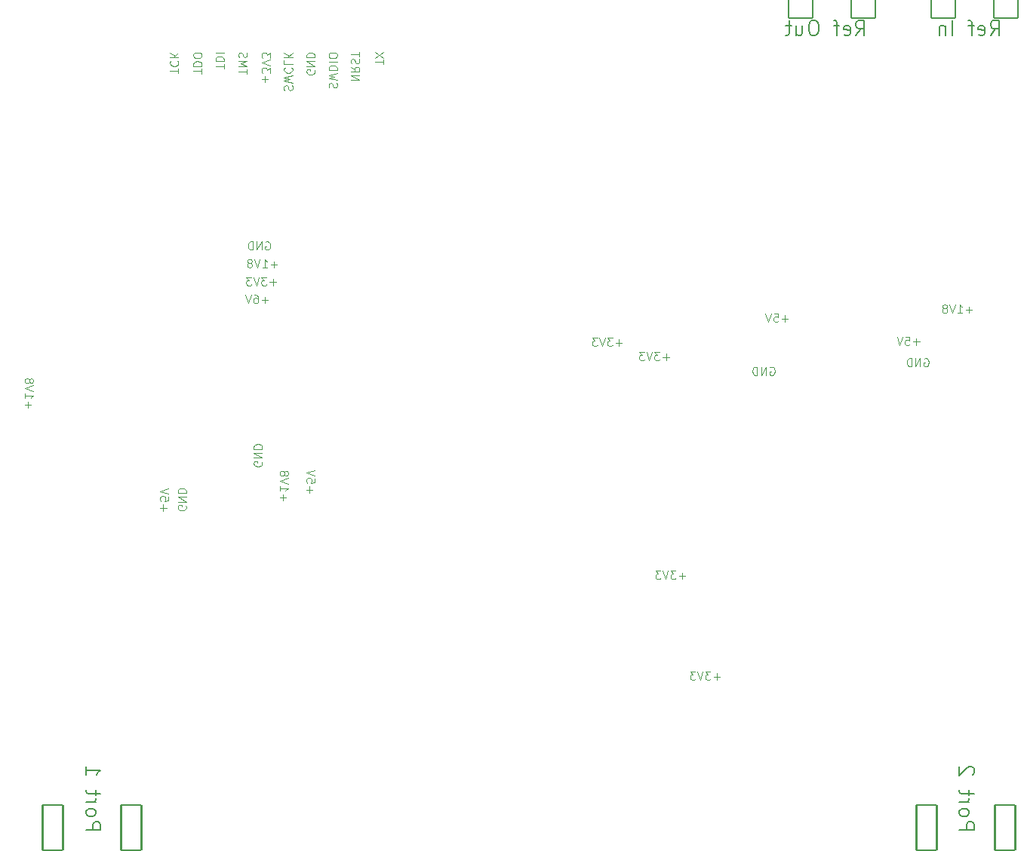
<source format=gbo>
G04 #@! TF.GenerationSoftware,KiCad,Pcbnew,8.0.0*
G04 #@! TF.CreationDate,2024-02-29T19:33:08-05:00*
G04 #@! TF.ProjectId,VNA,564e412e-6b69-4636-9164-5f7063625858,rev?*
G04 #@! TF.SameCoordinates,PX535a28cPY8422900*
G04 #@! TF.FileFunction,Legend,Bot*
G04 #@! TF.FilePolarity,Positive*
%FSLAX46Y46*%
G04 Gerber Fmt 4.6, Leading zero omitted, Abs format (unit mm)*
G04 Created by KiCad (PCBNEW 8.0.0) date 2024-02-29 19:33:08*
%MOMM*%
%LPD*%
G01*
G04 APERTURE LIST*
G04 Aperture macros list*
%AMRoundRect*
0 Rectangle with rounded corners*
0 $1 Rounding radius*
0 $2 $3 $4 $5 $6 $7 $8 $9 X,Y pos of 4 corners*
0 Add a 4 corners polygon primitive as box body*
4,1,4,$2,$3,$4,$5,$6,$7,$8,$9,$2,$3,0*
0 Add four circle primitives for the rounded corners*
1,1,$1+$1,$2,$3*
1,1,$1+$1,$4,$5*
1,1,$1+$1,$6,$7*
1,1,$1+$1,$8,$9*
0 Add four rect primitives between the rounded corners*
20,1,$1+$1,$2,$3,$4,$5,0*
20,1,$1+$1,$4,$5,$6,$7,0*
20,1,$1+$1,$6,$7,$8,$9,0*
20,1,$1+$1,$8,$9,$2,$3,0*%
G04 Aperture macros list end*
%ADD10C,0.081280*%
%ADD11C,0.142240*%
%ADD12C,0.100000*%
%ADD13R,1.700000X1.700000*%
%ADD14O,1.700000X1.700000*%
%ADD15C,0.650000*%
%ADD16O,1.000000X2.100000*%
%ADD17O,1.000000X1.800000*%
%ADD18RoundRect,0.101600X1.143000X-2.540000X1.143000X2.540000X-1.143000X2.540000X-1.143000X-2.540000X0*%
%ADD19C,1.200000*%
%ADD20O,1.308000X2.616000*%
%ADD21RoundRect,0.101600X-1.333500X2.095500X-1.333500X-2.095500X1.333500X-2.095500X1.333500X2.095500X0*%
%ADD22RoundRect,0.635000X0.000000X0.000000X0.000000X0.000000X0.000000X0.000000X0.000000X0.000000X0*%
%ADD23RoundRect,0.635000X0.000000X0.000000X0.000000X0.000000X0.000000X0.000000X0.000000X0.000000X0*%
G04 APERTURE END LIST*
D10*
X32623974Y61974703D02*
X31911807Y61974703D01*
X32267890Y61618619D02*
X32267890Y62330787D01*
X31555723Y62553339D02*
X30977087Y62553339D01*
X30977087Y62553339D02*
X31288660Y62197255D01*
X31288660Y62197255D02*
X31155129Y62197255D01*
X31155129Y62197255D02*
X31066108Y62152745D01*
X31066108Y62152745D02*
X31021597Y62108234D01*
X31021597Y62108234D02*
X30977087Y62019213D01*
X30977087Y62019213D02*
X30977087Y61796661D01*
X30977087Y61796661D02*
X31021597Y61707640D01*
X31021597Y61707640D02*
X31066108Y61663129D01*
X31066108Y61663129D02*
X31155129Y61618619D01*
X31155129Y61618619D02*
X31422192Y61618619D01*
X31422192Y61618619D02*
X31511213Y61663129D01*
X31511213Y61663129D02*
X31555723Y61707640D01*
X30710024Y62553339D02*
X30398450Y61618619D01*
X30398450Y61618619D02*
X30086877Y62553339D01*
X29864324Y62553339D02*
X29285688Y62553339D01*
X29285688Y62553339D02*
X29597261Y62197255D01*
X29597261Y62197255D02*
X29463730Y62197255D01*
X29463730Y62197255D02*
X29374709Y62152745D01*
X29374709Y62152745D02*
X29330198Y62108234D01*
X29330198Y62108234D02*
X29285688Y62019213D01*
X29285688Y62019213D02*
X29285688Y61796661D01*
X29285688Y61796661D02*
X29330198Y61707640D01*
X29330198Y61707640D02*
X29374709Y61663129D01*
X29374709Y61663129D02*
X29463730Y61618619D01*
X29463730Y61618619D02*
X29730793Y61618619D01*
X29730793Y61618619D02*
X29819814Y61663129D01*
X29819814Y61663129D02*
X29864324Y61707640D01*
X22508828Y36865641D02*
X22553338Y36776620D01*
X22553338Y36776620D02*
X22553338Y36643089D01*
X22553338Y36643089D02*
X22508828Y36509557D01*
X22508828Y36509557D02*
X22419807Y36420536D01*
X22419807Y36420536D02*
X22330786Y36376026D01*
X22330786Y36376026D02*
X22152744Y36331515D01*
X22152744Y36331515D02*
X22019212Y36331515D01*
X22019212Y36331515D02*
X21841170Y36376026D01*
X21841170Y36376026D02*
X21752149Y36420536D01*
X21752149Y36420536D02*
X21663129Y36509557D01*
X21663129Y36509557D02*
X21618618Y36643089D01*
X21618618Y36643089D02*
X21618618Y36732110D01*
X21618618Y36732110D02*
X21663129Y36865641D01*
X21663129Y36865641D02*
X21707639Y36910152D01*
X21707639Y36910152D02*
X22019212Y36910152D01*
X22019212Y36910152D02*
X22019212Y36732110D01*
X21618618Y37310746D02*
X22553338Y37310746D01*
X22553338Y37310746D02*
X21618618Y37844872D01*
X21618618Y37844872D02*
X22553338Y37844872D01*
X21618618Y38289976D02*
X22553338Y38289976D01*
X22553338Y38289976D02*
X22553338Y38512528D01*
X22553338Y38512528D02*
X22508828Y38646060D01*
X22508828Y38646060D02*
X22419807Y38735081D01*
X22419807Y38735081D02*
X22330786Y38779591D01*
X22330786Y38779591D02*
X22152744Y38824102D01*
X22152744Y38824102D02*
X22019212Y38824102D01*
X22019212Y38824102D02*
X21841170Y38779591D01*
X21841170Y38779591D02*
X21752149Y38735081D01*
X21752149Y38735081D02*
X21663129Y38646060D01*
X21663129Y38646060D02*
X21618618Y38512528D01*
X21618618Y38512528D02*
X21618618Y38289976D01*
X104823974Y55274703D02*
X104111807Y55274703D01*
X104467890Y54918619D02*
X104467890Y55630787D01*
X103221597Y55853339D02*
X103666702Y55853339D01*
X103666702Y55853339D02*
X103711213Y55408234D01*
X103711213Y55408234D02*
X103666702Y55452745D01*
X103666702Y55452745D02*
X103577681Y55497255D01*
X103577681Y55497255D02*
X103355129Y55497255D01*
X103355129Y55497255D02*
X103266108Y55452745D01*
X103266108Y55452745D02*
X103221597Y55408234D01*
X103221597Y55408234D02*
X103177087Y55319213D01*
X103177087Y55319213D02*
X103177087Y55096661D01*
X103177087Y55096661D02*
X103221597Y55007640D01*
X103221597Y55007640D02*
X103266108Y54963129D01*
X103266108Y54963129D02*
X103355129Y54918619D01*
X103355129Y54918619D02*
X103577681Y54918619D01*
X103577681Y54918619D02*
X103666702Y54963129D01*
X103666702Y54963129D02*
X103711213Y55007640D01*
X102910024Y55853339D02*
X102598450Y54918619D01*
X102598450Y54918619D02*
X102286877Y55853339D01*
X36915206Y85810025D02*
X36959716Y85721004D01*
X36959716Y85721004D02*
X36959716Y85587473D01*
X36959716Y85587473D02*
X36915206Y85453941D01*
X36915206Y85453941D02*
X36826185Y85364920D01*
X36826185Y85364920D02*
X36737164Y85320410D01*
X36737164Y85320410D02*
X36559122Y85275899D01*
X36559122Y85275899D02*
X36425590Y85275899D01*
X36425590Y85275899D02*
X36247548Y85320410D01*
X36247548Y85320410D02*
X36158527Y85364920D01*
X36158527Y85364920D02*
X36069507Y85453941D01*
X36069507Y85453941D02*
X36024996Y85587473D01*
X36024996Y85587473D02*
X36024996Y85676494D01*
X36024996Y85676494D02*
X36069507Y85810025D01*
X36069507Y85810025D02*
X36114017Y85854536D01*
X36114017Y85854536D02*
X36425590Y85854536D01*
X36425590Y85854536D02*
X36425590Y85676494D01*
X36024996Y86255130D02*
X36959716Y86255130D01*
X36959716Y86255130D02*
X36024996Y86789256D01*
X36024996Y86789256D02*
X36959716Y86789256D01*
X36024996Y87234360D02*
X36959716Y87234360D01*
X36959716Y87234360D02*
X36959716Y87456912D01*
X36959716Y87456912D02*
X36915206Y87590444D01*
X36915206Y87590444D02*
X36826185Y87679465D01*
X36826185Y87679465D02*
X36737164Y87723975D01*
X36737164Y87723975D02*
X36559122Y87768486D01*
X36559122Y87768486D02*
X36425590Y87768486D01*
X36425590Y87768486D02*
X36247548Y87723975D01*
X36247548Y87723975D02*
X36158527Y87679465D01*
X36158527Y87679465D02*
X36069507Y87590444D01*
X36069507Y87590444D02*
X36024996Y87456912D01*
X36024996Y87456912D02*
X36024996Y87234360D01*
X29359716Y85364919D02*
X29359716Y85899045D01*
X28424996Y85631982D02*
X29359716Y85631982D01*
X28424996Y86210619D02*
X29359716Y86210619D01*
X29359716Y86210619D02*
X28692059Y86522192D01*
X28692059Y86522192D02*
X29359716Y86833766D01*
X29359716Y86833766D02*
X28424996Y86833766D01*
X28469507Y87234359D02*
X28424996Y87367891D01*
X28424996Y87367891D02*
X28424996Y87590443D01*
X28424996Y87590443D02*
X28469507Y87679464D01*
X28469507Y87679464D02*
X28514017Y87723975D01*
X28514017Y87723975D02*
X28603038Y87768485D01*
X28603038Y87768485D02*
X28692059Y87768485D01*
X28692059Y87768485D02*
X28781080Y87723975D01*
X28781080Y87723975D02*
X28825590Y87679464D01*
X28825590Y87679464D02*
X28870101Y87590443D01*
X28870101Y87590443D02*
X28914611Y87412401D01*
X28914611Y87412401D02*
X28959122Y87323380D01*
X28959122Y87323380D02*
X29003632Y87278870D01*
X29003632Y87278870D02*
X29092653Y87234359D01*
X29092653Y87234359D02*
X29181674Y87234359D01*
X29181674Y87234359D02*
X29270695Y87278870D01*
X29270695Y87278870D02*
X29315206Y87323380D01*
X29315206Y87323380D02*
X29359716Y87412401D01*
X29359716Y87412401D02*
X29359716Y87634954D01*
X29359716Y87634954D02*
X29315206Y87768485D01*
X33381080Y37430199D02*
X33381080Y38142366D01*
X33024996Y37786283D02*
X33737164Y37786283D01*
X33024996Y39077086D02*
X33024996Y38542960D01*
X33024996Y38810023D02*
X33959716Y38810023D01*
X33959716Y38810023D02*
X33826185Y38721002D01*
X33826185Y38721002D02*
X33737164Y38631981D01*
X33737164Y38631981D02*
X33692653Y38542960D01*
X33959716Y39344149D02*
X33024996Y39655723D01*
X33024996Y39655723D02*
X33959716Y39967296D01*
X33559122Y40412401D02*
X33603632Y40323380D01*
X33603632Y40323380D02*
X33648143Y40278870D01*
X33648143Y40278870D02*
X33737164Y40234359D01*
X33737164Y40234359D02*
X33781674Y40234359D01*
X33781674Y40234359D02*
X33870695Y40278870D01*
X33870695Y40278870D02*
X33915206Y40323380D01*
X33915206Y40323380D02*
X33959716Y40412401D01*
X33959716Y40412401D02*
X33959716Y40590443D01*
X33959716Y40590443D02*
X33915206Y40679464D01*
X33915206Y40679464D02*
X33870695Y40723975D01*
X33870695Y40723975D02*
X33781674Y40768485D01*
X33781674Y40768485D02*
X33737164Y40768485D01*
X33737164Y40768485D02*
X33648143Y40723975D01*
X33648143Y40723975D02*
X33603632Y40679464D01*
X33603632Y40679464D02*
X33559122Y40590443D01*
X33559122Y40590443D02*
X33559122Y40412401D01*
X33559122Y40412401D02*
X33514611Y40323380D01*
X33514611Y40323380D02*
X33470101Y40278870D01*
X33470101Y40278870D02*
X33381080Y40234359D01*
X33381080Y40234359D02*
X33203038Y40234359D01*
X33203038Y40234359D02*
X33114017Y40278870D01*
X33114017Y40278870D02*
X33069507Y40323380D01*
X33069507Y40323380D02*
X33024996Y40412401D01*
X33024996Y40412401D02*
X33024996Y40590443D01*
X33024996Y40590443D02*
X33069507Y40679464D01*
X33069507Y40679464D02*
X33114017Y40723975D01*
X33114017Y40723975D02*
X33203038Y40768485D01*
X33203038Y40768485D02*
X33381080Y40768485D01*
X33381080Y40768485D02*
X33470101Y40723975D01*
X33470101Y40723975D02*
X33514611Y40679464D01*
X33514611Y40679464D02*
X33559122Y40590443D01*
X32723974Y63974703D02*
X32011807Y63974703D01*
X32367890Y63618619D02*
X32367890Y64330787D01*
X31077087Y63618619D02*
X31611213Y63618619D01*
X31344150Y63618619D02*
X31344150Y64553339D01*
X31344150Y64553339D02*
X31433171Y64419808D01*
X31433171Y64419808D02*
X31522192Y64330787D01*
X31522192Y64330787D02*
X31611213Y64286276D01*
X30810024Y64553339D02*
X30498450Y63618619D01*
X30498450Y63618619D02*
X30186877Y64553339D01*
X29741772Y64152745D02*
X29830793Y64197255D01*
X29830793Y64197255D02*
X29875303Y64241766D01*
X29875303Y64241766D02*
X29919814Y64330787D01*
X29919814Y64330787D02*
X29919814Y64375297D01*
X29919814Y64375297D02*
X29875303Y64464318D01*
X29875303Y64464318D02*
X29830793Y64508829D01*
X29830793Y64508829D02*
X29741772Y64553339D01*
X29741772Y64553339D02*
X29563730Y64553339D01*
X29563730Y64553339D02*
X29474709Y64508829D01*
X29474709Y64508829D02*
X29430198Y64464318D01*
X29430198Y64464318D02*
X29385688Y64375297D01*
X29385688Y64375297D02*
X29385688Y64330787D01*
X29385688Y64330787D02*
X29430198Y64241766D01*
X29430198Y64241766D02*
X29474709Y64197255D01*
X29474709Y64197255D02*
X29563730Y64152745D01*
X29563730Y64152745D02*
X29741772Y64152745D01*
X29741772Y64152745D02*
X29830793Y64108234D01*
X29830793Y64108234D02*
X29875303Y64063724D01*
X29875303Y64063724D02*
X29919814Y63974703D01*
X29919814Y63974703D02*
X29919814Y63796661D01*
X29919814Y63796661D02*
X29875303Y63707640D01*
X29875303Y63707640D02*
X29830793Y63663129D01*
X29830793Y63663129D02*
X29741772Y63618619D01*
X29741772Y63618619D02*
X29563730Y63618619D01*
X29563730Y63618619D02*
X29474709Y63663129D01*
X29474709Y63663129D02*
X29430198Y63707640D01*
X29430198Y63707640D02*
X29385688Y63796661D01*
X29385688Y63796661D02*
X29385688Y63974703D01*
X29385688Y63974703D02*
X29430198Y64063724D01*
X29430198Y64063724D02*
X29474709Y64108234D01*
X29474709Y64108234D02*
X29563730Y64152745D01*
X31015206Y41810025D02*
X31059716Y41721004D01*
X31059716Y41721004D02*
X31059716Y41587473D01*
X31059716Y41587473D02*
X31015206Y41453941D01*
X31015206Y41453941D02*
X30926185Y41364920D01*
X30926185Y41364920D02*
X30837164Y41320410D01*
X30837164Y41320410D02*
X30659122Y41275899D01*
X30659122Y41275899D02*
X30525590Y41275899D01*
X30525590Y41275899D02*
X30347548Y41320410D01*
X30347548Y41320410D02*
X30258527Y41364920D01*
X30258527Y41364920D02*
X30169507Y41453941D01*
X30169507Y41453941D02*
X30124996Y41587473D01*
X30124996Y41587473D02*
X30124996Y41676494D01*
X30124996Y41676494D02*
X30169507Y41810025D01*
X30169507Y41810025D02*
X30214017Y41854536D01*
X30214017Y41854536D02*
X30525590Y41854536D01*
X30525590Y41854536D02*
X30525590Y41676494D01*
X30124996Y42255130D02*
X31059716Y42255130D01*
X31059716Y42255130D02*
X30124996Y42789256D01*
X30124996Y42789256D02*
X31059716Y42789256D01*
X30124996Y43234360D02*
X31059716Y43234360D01*
X31059716Y43234360D02*
X31059716Y43456912D01*
X31059716Y43456912D02*
X31015206Y43590444D01*
X31015206Y43590444D02*
X30926185Y43679465D01*
X30926185Y43679465D02*
X30837164Y43723975D01*
X30837164Y43723975D02*
X30659122Y43768486D01*
X30659122Y43768486D02*
X30525590Y43768486D01*
X30525590Y43768486D02*
X30347548Y43723975D01*
X30347548Y43723975D02*
X30258527Y43679465D01*
X30258527Y43679465D02*
X30169507Y43590444D01*
X30169507Y43590444D02*
X30124996Y43456912D01*
X30124996Y43456912D02*
X30124996Y43234360D01*
X78523974Y28974703D02*
X77811807Y28974703D01*
X78167890Y28618619D02*
X78167890Y29330787D01*
X77455723Y29553339D02*
X76877087Y29553339D01*
X76877087Y29553339D02*
X77188660Y29197255D01*
X77188660Y29197255D02*
X77055129Y29197255D01*
X77055129Y29197255D02*
X76966108Y29152745D01*
X76966108Y29152745D02*
X76921597Y29108234D01*
X76921597Y29108234D02*
X76877087Y29019213D01*
X76877087Y29019213D02*
X76877087Y28796661D01*
X76877087Y28796661D02*
X76921597Y28707640D01*
X76921597Y28707640D02*
X76966108Y28663129D01*
X76966108Y28663129D02*
X77055129Y28618619D01*
X77055129Y28618619D02*
X77322192Y28618619D01*
X77322192Y28618619D02*
X77411213Y28663129D01*
X77411213Y28663129D02*
X77455723Y28707640D01*
X76610024Y29553339D02*
X76298450Y28618619D01*
X76298450Y28618619D02*
X75986877Y29553339D01*
X75764324Y29553339D02*
X75185688Y29553339D01*
X75185688Y29553339D02*
X75497261Y29197255D01*
X75497261Y29197255D02*
X75363730Y29197255D01*
X75363730Y29197255D02*
X75274709Y29152745D01*
X75274709Y29152745D02*
X75230198Y29108234D01*
X75230198Y29108234D02*
X75185688Y29019213D01*
X75185688Y29019213D02*
X75185688Y28796661D01*
X75185688Y28796661D02*
X75230198Y28707640D01*
X75230198Y28707640D02*
X75274709Y28663129D01*
X75274709Y28663129D02*
X75363730Y28618619D01*
X75363730Y28618619D02*
X75630793Y28618619D01*
X75630793Y28618619D02*
X75719814Y28663129D01*
X75719814Y28663129D02*
X75764324Y28707640D01*
D11*
X112782235Y89707583D02*
X113327488Y90486516D01*
X113716955Y89707583D02*
X113716955Y91343343D01*
X113716955Y91343343D02*
X113093808Y91343343D01*
X113093808Y91343343D02*
X112938022Y91265450D01*
X112938022Y91265450D02*
X112860128Y91187556D01*
X112860128Y91187556D02*
X112782235Y91031770D01*
X112782235Y91031770D02*
X112782235Y90798090D01*
X112782235Y90798090D02*
X112860128Y90642303D01*
X112860128Y90642303D02*
X112938022Y90564410D01*
X112938022Y90564410D02*
X113093808Y90486516D01*
X113093808Y90486516D02*
X113716955Y90486516D01*
X111458048Y89785476D02*
X111613835Y89707583D01*
X111613835Y89707583D02*
X111925408Y89707583D01*
X111925408Y89707583D02*
X112081195Y89785476D01*
X112081195Y89785476D02*
X112159088Y89941263D01*
X112159088Y89941263D02*
X112159088Y90564410D01*
X112159088Y90564410D02*
X112081195Y90720196D01*
X112081195Y90720196D02*
X111925408Y90798090D01*
X111925408Y90798090D02*
X111613835Y90798090D01*
X111613835Y90798090D02*
X111458048Y90720196D01*
X111458048Y90720196D02*
X111380155Y90564410D01*
X111380155Y90564410D02*
X111380155Y90408623D01*
X111380155Y90408623D02*
X112159088Y90252836D01*
X110912795Y90798090D02*
X110289648Y90798090D01*
X110679115Y89707583D02*
X110679115Y91109663D01*
X110679115Y91109663D02*
X110601222Y91265450D01*
X110601222Y91265450D02*
X110445435Y91343343D01*
X110445435Y91343343D02*
X110289648Y91343343D01*
X108498102Y89707583D02*
X108498102Y91343343D01*
X107719169Y90798090D02*
X107719169Y89707583D01*
X107719169Y90642303D02*
X107641276Y90720196D01*
X107641276Y90720196D02*
X107485489Y90798090D01*
X107485489Y90798090D02*
X107251809Y90798090D01*
X107251809Y90798090D02*
X107096022Y90720196D01*
X107096022Y90720196D02*
X107018129Y90564410D01*
X107018129Y90564410D02*
X107018129Y89707583D01*
D10*
X33569507Y83539990D02*
X33524996Y83673522D01*
X33524996Y83673522D02*
X33524996Y83896074D01*
X33524996Y83896074D02*
X33569507Y83985095D01*
X33569507Y83985095D02*
X33614017Y84029606D01*
X33614017Y84029606D02*
X33703038Y84074116D01*
X33703038Y84074116D02*
X33792059Y84074116D01*
X33792059Y84074116D02*
X33881080Y84029606D01*
X33881080Y84029606D02*
X33925590Y83985095D01*
X33925590Y83985095D02*
X33970101Y83896074D01*
X33970101Y83896074D02*
X34014611Y83718032D01*
X34014611Y83718032D02*
X34059122Y83629011D01*
X34059122Y83629011D02*
X34103632Y83584501D01*
X34103632Y83584501D02*
X34192653Y83539990D01*
X34192653Y83539990D02*
X34281674Y83539990D01*
X34281674Y83539990D02*
X34370695Y83584501D01*
X34370695Y83584501D02*
X34415206Y83629011D01*
X34415206Y83629011D02*
X34459716Y83718032D01*
X34459716Y83718032D02*
X34459716Y83940585D01*
X34459716Y83940585D02*
X34415206Y84074116D01*
X34459716Y84385690D02*
X33524996Y84608242D01*
X33524996Y84608242D02*
X34192653Y84786284D01*
X34192653Y84786284D02*
X33524996Y84964326D01*
X33524996Y84964326D02*
X34459716Y85186878D01*
X33614017Y86077088D02*
X33569507Y86032577D01*
X33569507Y86032577D02*
X33524996Y85899046D01*
X33524996Y85899046D02*
X33524996Y85810025D01*
X33524996Y85810025D02*
X33569507Y85676493D01*
X33569507Y85676493D02*
X33658527Y85587472D01*
X33658527Y85587472D02*
X33747548Y85542962D01*
X33747548Y85542962D02*
X33925590Y85498451D01*
X33925590Y85498451D02*
X34059122Y85498451D01*
X34059122Y85498451D02*
X34237164Y85542962D01*
X34237164Y85542962D02*
X34326185Y85587472D01*
X34326185Y85587472D02*
X34415206Y85676493D01*
X34415206Y85676493D02*
X34459716Y85810025D01*
X34459716Y85810025D02*
X34459716Y85899046D01*
X34459716Y85899046D02*
X34415206Y86032577D01*
X34415206Y86032577D02*
X34370695Y86077088D01*
X33524996Y86922787D02*
X33524996Y86477682D01*
X33524996Y86477682D02*
X34459716Y86477682D01*
X33524996Y87234360D02*
X34459716Y87234360D01*
X33524996Y87768486D02*
X34059122Y87367891D01*
X34459716Y87768486D02*
X33925590Y87234360D01*
X31434359Y66508829D02*
X31523380Y66553339D01*
X31523380Y66553339D02*
X31656911Y66553339D01*
X31656911Y66553339D02*
X31790443Y66508829D01*
X31790443Y66508829D02*
X31879464Y66419808D01*
X31879464Y66419808D02*
X31923974Y66330787D01*
X31923974Y66330787D02*
X31968485Y66152745D01*
X31968485Y66152745D02*
X31968485Y66019213D01*
X31968485Y66019213D02*
X31923974Y65841171D01*
X31923974Y65841171D02*
X31879464Y65752150D01*
X31879464Y65752150D02*
X31790443Y65663129D01*
X31790443Y65663129D02*
X31656911Y65618619D01*
X31656911Y65618619D02*
X31567890Y65618619D01*
X31567890Y65618619D02*
X31434359Y65663129D01*
X31434359Y65663129D02*
X31389848Y65707640D01*
X31389848Y65707640D02*
X31389848Y66019213D01*
X31389848Y66019213D02*
X31567890Y66019213D01*
X30989254Y65618619D02*
X30989254Y66553339D01*
X30989254Y66553339D02*
X30455128Y65618619D01*
X30455128Y65618619D02*
X30455128Y66553339D01*
X30010024Y65618619D02*
X30010024Y66553339D01*
X30010024Y66553339D02*
X29787472Y66553339D01*
X29787472Y66553339D02*
X29653940Y66508829D01*
X29653940Y66508829D02*
X29564919Y66419808D01*
X29564919Y66419808D02*
X29520409Y66330787D01*
X29520409Y66330787D02*
X29475898Y66152745D01*
X29475898Y66152745D02*
X29475898Y66019213D01*
X29475898Y66019213D02*
X29520409Y65841171D01*
X29520409Y65841171D02*
X29564919Y65752150D01*
X29564919Y65752150D02*
X29653940Y65663129D01*
X29653940Y65663129D02*
X29787472Y65618619D01*
X29787472Y65618619D02*
X30010024Y65618619D01*
X38569507Y83807053D02*
X38524996Y83940585D01*
X38524996Y83940585D02*
X38524996Y84163137D01*
X38524996Y84163137D02*
X38569507Y84252158D01*
X38569507Y84252158D02*
X38614017Y84296669D01*
X38614017Y84296669D02*
X38703038Y84341179D01*
X38703038Y84341179D02*
X38792059Y84341179D01*
X38792059Y84341179D02*
X38881080Y84296669D01*
X38881080Y84296669D02*
X38925590Y84252158D01*
X38925590Y84252158D02*
X38970101Y84163137D01*
X38970101Y84163137D02*
X39014611Y83985095D01*
X39014611Y83985095D02*
X39059122Y83896074D01*
X39059122Y83896074D02*
X39103632Y83851564D01*
X39103632Y83851564D02*
X39192653Y83807053D01*
X39192653Y83807053D02*
X39281674Y83807053D01*
X39281674Y83807053D02*
X39370695Y83851564D01*
X39370695Y83851564D02*
X39415206Y83896074D01*
X39415206Y83896074D02*
X39459716Y83985095D01*
X39459716Y83985095D02*
X39459716Y84207648D01*
X39459716Y84207648D02*
X39415206Y84341179D01*
X39459716Y84652753D02*
X38524996Y84875305D01*
X38524996Y84875305D02*
X39192653Y85053347D01*
X39192653Y85053347D02*
X38524996Y85231389D01*
X38524996Y85231389D02*
X39459716Y85453941D01*
X38524996Y85810025D02*
X39459716Y85810025D01*
X39459716Y85810025D02*
X39459716Y86032577D01*
X39459716Y86032577D02*
X39415206Y86166109D01*
X39415206Y86166109D02*
X39326185Y86255130D01*
X39326185Y86255130D02*
X39237164Y86299640D01*
X39237164Y86299640D02*
X39059122Y86344151D01*
X39059122Y86344151D02*
X38925590Y86344151D01*
X38925590Y86344151D02*
X38747548Y86299640D01*
X38747548Y86299640D02*
X38658527Y86255130D01*
X38658527Y86255130D02*
X38569507Y86166109D01*
X38569507Y86166109D02*
X38524996Y86032577D01*
X38524996Y86032577D02*
X38524996Y85810025D01*
X38524996Y86744745D02*
X39459716Y86744745D01*
X39459716Y87367892D02*
X39459716Y87545934D01*
X39459716Y87545934D02*
X39415206Y87634955D01*
X39415206Y87634955D02*
X39326185Y87723976D01*
X39326185Y87723976D02*
X39148143Y87768486D01*
X39148143Y87768486D02*
X38836569Y87768486D01*
X38836569Y87768486D02*
X38658527Y87723976D01*
X38658527Y87723976D02*
X38569507Y87634955D01*
X38569507Y87634955D02*
X38524996Y87545934D01*
X38524996Y87545934D02*
X38524996Y87367892D01*
X38524996Y87367892D02*
X38569507Y87278871D01*
X38569507Y87278871D02*
X38658527Y87189850D01*
X38658527Y87189850D02*
X38836569Y87145339D01*
X38836569Y87145339D02*
X39148143Y87145339D01*
X39148143Y87145339D02*
X39326185Y87189850D01*
X39326185Y87189850D02*
X39415206Y87278871D01*
X39415206Y87278871D02*
X39459716Y87367892D01*
X44659716Y86433170D02*
X44659716Y86967296D01*
X43724996Y86700233D02*
X44659716Y86700233D01*
X44659716Y87189849D02*
X43724996Y87812996D01*
X44659716Y87812996D02*
X43724996Y87189849D01*
D11*
X97682235Y89707583D02*
X98227488Y90486516D01*
X98616955Y89707583D02*
X98616955Y91343343D01*
X98616955Y91343343D02*
X97993808Y91343343D01*
X97993808Y91343343D02*
X97838022Y91265450D01*
X97838022Y91265450D02*
X97760128Y91187556D01*
X97760128Y91187556D02*
X97682235Y91031770D01*
X97682235Y91031770D02*
X97682235Y90798090D01*
X97682235Y90798090D02*
X97760128Y90642303D01*
X97760128Y90642303D02*
X97838022Y90564410D01*
X97838022Y90564410D02*
X97993808Y90486516D01*
X97993808Y90486516D02*
X98616955Y90486516D01*
X96358048Y89785476D02*
X96513835Y89707583D01*
X96513835Y89707583D02*
X96825408Y89707583D01*
X96825408Y89707583D02*
X96981195Y89785476D01*
X96981195Y89785476D02*
X97059088Y89941263D01*
X97059088Y89941263D02*
X97059088Y90564410D01*
X97059088Y90564410D02*
X96981195Y90720196D01*
X96981195Y90720196D02*
X96825408Y90798090D01*
X96825408Y90798090D02*
X96513835Y90798090D01*
X96513835Y90798090D02*
X96358048Y90720196D01*
X96358048Y90720196D02*
X96280155Y90564410D01*
X96280155Y90564410D02*
X96280155Y90408623D01*
X96280155Y90408623D02*
X97059088Y90252836D01*
X95812795Y90798090D02*
X95189648Y90798090D01*
X95579115Y89707583D02*
X95579115Y91109663D01*
X95579115Y91109663D02*
X95501222Y91265450D01*
X95501222Y91265450D02*
X95345435Y91343343D01*
X95345435Y91343343D02*
X95189648Y91343343D01*
X93086529Y91343343D02*
X92774955Y91343343D01*
X92774955Y91343343D02*
X92619169Y91265450D01*
X92619169Y91265450D02*
X92463382Y91109663D01*
X92463382Y91109663D02*
X92385489Y90798090D01*
X92385489Y90798090D02*
X92385489Y90252836D01*
X92385489Y90252836D02*
X92463382Y89941263D01*
X92463382Y89941263D02*
X92619169Y89785476D01*
X92619169Y89785476D02*
X92774955Y89707583D01*
X92774955Y89707583D02*
X93086529Y89707583D01*
X93086529Y89707583D02*
X93242315Y89785476D01*
X93242315Y89785476D02*
X93398102Y89941263D01*
X93398102Y89941263D02*
X93475995Y90252836D01*
X93475995Y90252836D02*
X93475995Y90798090D01*
X93475995Y90798090D02*
X93398102Y91109663D01*
X93398102Y91109663D02*
X93242315Y91265450D01*
X93242315Y91265450D02*
X93086529Y91343343D01*
X90983409Y90798090D02*
X90983409Y89707583D01*
X91684449Y90798090D02*
X91684449Y89941263D01*
X91684449Y89941263D02*
X91606556Y89785476D01*
X91606556Y89785476D02*
X91450769Y89707583D01*
X91450769Y89707583D02*
X91217089Y89707583D01*
X91217089Y89707583D02*
X91061302Y89785476D01*
X91061302Y89785476D02*
X90983409Y89863370D01*
X90438156Y90798090D02*
X89815009Y90798090D01*
X90204476Y91343343D02*
X90204476Y89941263D01*
X90204476Y89941263D02*
X90126583Y89785476D01*
X90126583Y89785476D02*
X89970796Y89707583D01*
X89970796Y89707583D02*
X89815009Y89707583D01*
D10*
X41024996Y84652752D02*
X41959716Y84652752D01*
X41959716Y84652752D02*
X41024996Y85186878D01*
X41024996Y85186878D02*
X41959716Y85186878D01*
X41024996Y86166108D02*
X41470101Y85854534D01*
X41024996Y85631982D02*
X41959716Y85631982D01*
X41959716Y85631982D02*
X41959716Y85988066D01*
X41959716Y85988066D02*
X41915206Y86077087D01*
X41915206Y86077087D02*
X41870695Y86121597D01*
X41870695Y86121597D02*
X41781674Y86166108D01*
X41781674Y86166108D02*
X41648143Y86166108D01*
X41648143Y86166108D02*
X41559122Y86121597D01*
X41559122Y86121597D02*
X41514611Y86077087D01*
X41514611Y86077087D02*
X41470101Y85988066D01*
X41470101Y85988066D02*
X41470101Y85631982D01*
X41069507Y86522191D02*
X41024996Y86655723D01*
X41024996Y86655723D02*
X41024996Y86878275D01*
X41024996Y86878275D02*
X41069507Y86967296D01*
X41069507Y86967296D02*
X41114017Y87011807D01*
X41114017Y87011807D02*
X41203038Y87056317D01*
X41203038Y87056317D02*
X41292059Y87056317D01*
X41292059Y87056317D02*
X41381080Y87011807D01*
X41381080Y87011807D02*
X41425590Y86967296D01*
X41425590Y86967296D02*
X41470101Y86878275D01*
X41470101Y86878275D02*
X41514611Y86700233D01*
X41514611Y86700233D02*
X41559122Y86611212D01*
X41559122Y86611212D02*
X41603632Y86566702D01*
X41603632Y86566702D02*
X41692653Y86522191D01*
X41692653Y86522191D02*
X41781674Y86522191D01*
X41781674Y86522191D02*
X41870695Y86566702D01*
X41870695Y86566702D02*
X41915206Y86611212D01*
X41915206Y86611212D02*
X41959716Y86700233D01*
X41959716Y86700233D02*
X41959716Y86922786D01*
X41959716Y86922786D02*
X41915206Y87056317D01*
X41959716Y87323380D02*
X41959716Y87857506D01*
X41024996Y87590443D02*
X41959716Y87590443D01*
X21659716Y85453940D02*
X21659716Y85988066D01*
X20724996Y85721003D02*
X21659716Y85721003D01*
X20814017Y86833766D02*
X20769507Y86789255D01*
X20769507Y86789255D02*
X20724996Y86655724D01*
X20724996Y86655724D02*
X20724996Y86566703D01*
X20724996Y86566703D02*
X20769507Y86433171D01*
X20769507Y86433171D02*
X20858527Y86344150D01*
X20858527Y86344150D02*
X20947548Y86299640D01*
X20947548Y86299640D02*
X21125590Y86255129D01*
X21125590Y86255129D02*
X21259122Y86255129D01*
X21259122Y86255129D02*
X21437164Y86299640D01*
X21437164Y86299640D02*
X21526185Y86344150D01*
X21526185Y86344150D02*
X21615206Y86433171D01*
X21615206Y86433171D02*
X21659716Y86566703D01*
X21659716Y86566703D02*
X21659716Y86655724D01*
X21659716Y86655724D02*
X21615206Y86789255D01*
X21615206Y86789255D02*
X21570695Y86833766D01*
X20724996Y87234360D02*
X21659716Y87234360D01*
X20724996Y87768486D02*
X21259122Y87367891D01*
X21659716Y87768486D02*
X21125590Y87234360D01*
X110723974Y58874703D02*
X110011807Y58874703D01*
X110367890Y58518619D02*
X110367890Y59230787D01*
X109077087Y58518619D02*
X109611213Y58518619D01*
X109344150Y58518619D02*
X109344150Y59453339D01*
X109344150Y59453339D02*
X109433171Y59319808D01*
X109433171Y59319808D02*
X109522192Y59230787D01*
X109522192Y59230787D02*
X109611213Y59186276D01*
X108810024Y59453339D02*
X108498450Y58518619D01*
X108498450Y58518619D02*
X108186877Y59453339D01*
X107741772Y59052745D02*
X107830793Y59097255D01*
X107830793Y59097255D02*
X107875303Y59141766D01*
X107875303Y59141766D02*
X107919814Y59230787D01*
X107919814Y59230787D02*
X107919814Y59275297D01*
X107919814Y59275297D02*
X107875303Y59364318D01*
X107875303Y59364318D02*
X107830793Y59408829D01*
X107830793Y59408829D02*
X107741772Y59453339D01*
X107741772Y59453339D02*
X107563730Y59453339D01*
X107563730Y59453339D02*
X107474709Y59408829D01*
X107474709Y59408829D02*
X107430198Y59364318D01*
X107430198Y59364318D02*
X107385688Y59275297D01*
X107385688Y59275297D02*
X107385688Y59230787D01*
X107385688Y59230787D02*
X107430198Y59141766D01*
X107430198Y59141766D02*
X107474709Y59097255D01*
X107474709Y59097255D02*
X107563730Y59052745D01*
X107563730Y59052745D02*
X107741772Y59052745D01*
X107741772Y59052745D02*
X107830793Y59008234D01*
X107830793Y59008234D02*
X107875303Y58963724D01*
X107875303Y58963724D02*
X107919814Y58874703D01*
X107919814Y58874703D02*
X107919814Y58696661D01*
X107919814Y58696661D02*
X107875303Y58607640D01*
X107875303Y58607640D02*
X107830793Y58563129D01*
X107830793Y58563129D02*
X107741772Y58518619D01*
X107741772Y58518619D02*
X107563730Y58518619D01*
X107563730Y58518619D02*
X107474709Y58563129D01*
X107474709Y58563129D02*
X107430198Y58607640D01*
X107430198Y58607640D02*
X107385688Y58696661D01*
X107385688Y58696661D02*
X107385688Y58874703D01*
X107385688Y58874703D02*
X107430198Y58963724D01*
X107430198Y58963724D02*
X107474709Y59008234D01*
X107474709Y59008234D02*
X107563730Y59052745D01*
D11*
X11293743Y428663D02*
X12929503Y428663D01*
X12929503Y428663D02*
X12929503Y1051810D01*
X12929503Y1051810D02*
X12851610Y1207596D01*
X12851610Y1207596D02*
X12773717Y1285490D01*
X12773717Y1285490D02*
X12617930Y1363383D01*
X12617930Y1363383D02*
X12384250Y1363383D01*
X12384250Y1363383D02*
X12228463Y1285490D01*
X12228463Y1285490D02*
X12150570Y1207596D01*
X12150570Y1207596D02*
X12072677Y1051810D01*
X12072677Y1051810D02*
X12072677Y428663D01*
X11293743Y2298103D02*
X11371637Y2142316D01*
X11371637Y2142316D02*
X11449530Y2064423D01*
X11449530Y2064423D02*
X11605317Y1986530D01*
X11605317Y1986530D02*
X12072677Y1986530D01*
X12072677Y1986530D02*
X12228463Y2064423D01*
X12228463Y2064423D02*
X12306357Y2142316D01*
X12306357Y2142316D02*
X12384250Y2298103D01*
X12384250Y2298103D02*
X12384250Y2531783D01*
X12384250Y2531783D02*
X12306357Y2687570D01*
X12306357Y2687570D02*
X12228463Y2765463D01*
X12228463Y2765463D02*
X12072677Y2843356D01*
X12072677Y2843356D02*
X11605317Y2843356D01*
X11605317Y2843356D02*
X11449530Y2765463D01*
X11449530Y2765463D02*
X11371637Y2687570D01*
X11371637Y2687570D02*
X11293743Y2531783D01*
X11293743Y2531783D02*
X11293743Y2298103D01*
X11293743Y3544396D02*
X12384250Y3544396D01*
X12072677Y3544396D02*
X12228463Y3622289D01*
X12228463Y3622289D02*
X12306357Y3700183D01*
X12306357Y3700183D02*
X12384250Y3855969D01*
X12384250Y3855969D02*
X12384250Y4011756D01*
X12384250Y4323329D02*
X12384250Y4946476D01*
X12929503Y4557009D02*
X11527423Y4557009D01*
X11527423Y4557009D02*
X11371637Y4634902D01*
X11371637Y4634902D02*
X11293743Y4790689D01*
X11293743Y4790689D02*
X11293743Y4946476D01*
X11293743Y7594849D02*
X11293743Y6660129D01*
X11293743Y7127489D02*
X12929503Y7127489D01*
X12929503Y7127489D02*
X12695823Y6971702D01*
X12695823Y6971702D02*
X12540037Y6815915D01*
X12540037Y6815915D02*
X12462143Y6660129D01*
D10*
X76723974Y53574703D02*
X76011807Y53574703D01*
X76367890Y53218619D02*
X76367890Y53930787D01*
X75655723Y54153339D02*
X75077087Y54153339D01*
X75077087Y54153339D02*
X75388660Y53797255D01*
X75388660Y53797255D02*
X75255129Y53797255D01*
X75255129Y53797255D02*
X75166108Y53752745D01*
X75166108Y53752745D02*
X75121597Y53708234D01*
X75121597Y53708234D02*
X75077087Y53619213D01*
X75077087Y53619213D02*
X75077087Y53396661D01*
X75077087Y53396661D02*
X75121597Y53307640D01*
X75121597Y53307640D02*
X75166108Y53263129D01*
X75166108Y53263129D02*
X75255129Y53218619D01*
X75255129Y53218619D02*
X75522192Y53218619D01*
X75522192Y53218619D02*
X75611213Y53263129D01*
X75611213Y53263129D02*
X75655723Y53307640D01*
X74810024Y54153339D02*
X74498450Y53218619D01*
X74498450Y53218619D02*
X74186877Y54153339D01*
X73964324Y54153339D02*
X73385688Y54153339D01*
X73385688Y54153339D02*
X73697261Y53797255D01*
X73697261Y53797255D02*
X73563730Y53797255D01*
X73563730Y53797255D02*
X73474709Y53752745D01*
X73474709Y53752745D02*
X73430198Y53708234D01*
X73430198Y53708234D02*
X73385688Y53619213D01*
X73385688Y53619213D02*
X73385688Y53396661D01*
X73385688Y53396661D02*
X73430198Y53307640D01*
X73430198Y53307640D02*
X73474709Y53263129D01*
X73474709Y53263129D02*
X73563730Y53218619D01*
X73563730Y53218619D02*
X73830793Y53218619D01*
X73830793Y53218619D02*
X73919814Y53263129D01*
X73919814Y53263129D02*
X73964324Y53307640D01*
X90079591Y57881081D02*
X89367424Y57881081D01*
X89723507Y57524997D02*
X89723507Y58237165D01*
X88477214Y58459717D02*
X88922319Y58459717D01*
X88922319Y58459717D02*
X88966830Y58014612D01*
X88966830Y58014612D02*
X88922319Y58059123D01*
X88922319Y58059123D02*
X88833298Y58103633D01*
X88833298Y58103633D02*
X88610746Y58103633D01*
X88610746Y58103633D02*
X88521725Y58059123D01*
X88521725Y58059123D02*
X88477214Y58014612D01*
X88477214Y58014612D02*
X88432704Y57925591D01*
X88432704Y57925591D02*
X88432704Y57703039D01*
X88432704Y57703039D02*
X88477214Y57614018D01*
X88477214Y57614018D02*
X88521725Y57569507D01*
X88521725Y57569507D02*
X88610746Y57524997D01*
X88610746Y57524997D02*
X88833298Y57524997D01*
X88833298Y57524997D02*
X88922319Y57569507D01*
X88922319Y57569507D02*
X88966830Y57614018D01*
X88165641Y58459717D02*
X87854067Y57524997D01*
X87854067Y57524997D02*
X87542494Y58459717D01*
X71423974Y55174703D02*
X70711807Y55174703D01*
X71067890Y54818619D02*
X71067890Y55530787D01*
X70355723Y55753339D02*
X69777087Y55753339D01*
X69777087Y55753339D02*
X70088660Y55397255D01*
X70088660Y55397255D02*
X69955129Y55397255D01*
X69955129Y55397255D02*
X69866108Y55352745D01*
X69866108Y55352745D02*
X69821597Y55308234D01*
X69821597Y55308234D02*
X69777087Y55219213D01*
X69777087Y55219213D02*
X69777087Y54996661D01*
X69777087Y54996661D02*
X69821597Y54907640D01*
X69821597Y54907640D02*
X69866108Y54863129D01*
X69866108Y54863129D02*
X69955129Y54818619D01*
X69955129Y54818619D02*
X70222192Y54818619D01*
X70222192Y54818619D02*
X70311213Y54863129D01*
X70311213Y54863129D02*
X70355723Y54907640D01*
X69510024Y55753339D02*
X69198450Y54818619D01*
X69198450Y54818619D02*
X68886877Y55753339D01*
X68664324Y55753339D02*
X68085688Y55753339D01*
X68085688Y55753339D02*
X68397261Y55397255D01*
X68397261Y55397255D02*
X68263730Y55397255D01*
X68263730Y55397255D02*
X68174709Y55352745D01*
X68174709Y55352745D02*
X68130198Y55308234D01*
X68130198Y55308234D02*
X68085688Y55219213D01*
X68085688Y55219213D02*
X68085688Y54996661D01*
X68085688Y54996661D02*
X68130198Y54907640D01*
X68130198Y54907640D02*
X68174709Y54863129D01*
X68174709Y54863129D02*
X68263730Y54818619D01*
X68263730Y54818619D02*
X68530793Y54818619D01*
X68530793Y54818619D02*
X68619814Y54863129D01*
X68619814Y54863129D02*
X68664324Y54907640D01*
X31723974Y59974703D02*
X31011807Y59974703D01*
X31367890Y59618619D02*
X31367890Y60330787D01*
X30166108Y60553339D02*
X30344150Y60553339D01*
X30344150Y60553339D02*
X30433171Y60508829D01*
X30433171Y60508829D02*
X30477681Y60464318D01*
X30477681Y60464318D02*
X30566702Y60330787D01*
X30566702Y60330787D02*
X30611213Y60152745D01*
X30611213Y60152745D02*
X30611213Y59796661D01*
X30611213Y59796661D02*
X30566702Y59707640D01*
X30566702Y59707640D02*
X30522192Y59663129D01*
X30522192Y59663129D02*
X30433171Y59618619D01*
X30433171Y59618619D02*
X30255129Y59618619D01*
X30255129Y59618619D02*
X30166108Y59663129D01*
X30166108Y59663129D02*
X30121597Y59707640D01*
X30121597Y59707640D02*
X30077087Y59796661D01*
X30077087Y59796661D02*
X30077087Y60019213D01*
X30077087Y60019213D02*
X30121597Y60108234D01*
X30121597Y60108234D02*
X30166108Y60152745D01*
X30166108Y60152745D02*
X30255129Y60197255D01*
X30255129Y60197255D02*
X30433171Y60197255D01*
X30433171Y60197255D02*
X30522192Y60152745D01*
X30522192Y60152745D02*
X30566702Y60108234D01*
X30566702Y60108234D02*
X30611213Y60019213D01*
X29810024Y60553339D02*
X29498450Y59618619D01*
X29498450Y59618619D02*
X29186877Y60553339D01*
X26759716Y85943555D02*
X26759716Y86477681D01*
X25824996Y86210618D02*
X26759716Y86210618D01*
X25824996Y86789255D02*
X26759716Y86789255D01*
X26759716Y86789255D02*
X26759716Y87011807D01*
X26759716Y87011807D02*
X26715206Y87145339D01*
X26715206Y87145339D02*
X26626185Y87234360D01*
X26626185Y87234360D02*
X26537164Y87278870D01*
X26537164Y87278870D02*
X26359122Y87323381D01*
X26359122Y87323381D02*
X26225590Y87323381D01*
X26225590Y87323381D02*
X26047548Y87278870D01*
X26047548Y87278870D02*
X25958527Y87234360D01*
X25958527Y87234360D02*
X25869507Y87145339D01*
X25869507Y87145339D02*
X25824996Y87011807D01*
X25824996Y87011807D02*
X25824996Y86789255D01*
X25824996Y87723975D02*
X26759716Y87723975D01*
X31381080Y84430199D02*
X31381080Y85142366D01*
X31024996Y84786283D02*
X31737164Y84786283D01*
X31959716Y85498450D02*
X31959716Y86077086D01*
X31959716Y86077086D02*
X31603632Y85765513D01*
X31603632Y85765513D02*
X31603632Y85899044D01*
X31603632Y85899044D02*
X31559122Y85988065D01*
X31559122Y85988065D02*
X31514611Y86032576D01*
X31514611Y86032576D02*
X31425590Y86077086D01*
X31425590Y86077086D02*
X31203038Y86077086D01*
X31203038Y86077086D02*
X31114017Y86032576D01*
X31114017Y86032576D02*
X31069507Y85988065D01*
X31069507Y85988065D02*
X31024996Y85899044D01*
X31024996Y85899044D02*
X31024996Y85631981D01*
X31024996Y85631981D02*
X31069507Y85542960D01*
X31069507Y85542960D02*
X31114017Y85498450D01*
X31959716Y86344149D02*
X31024996Y86655723D01*
X31024996Y86655723D02*
X31959716Y86967296D01*
X31959716Y87189849D02*
X31959716Y87768485D01*
X31959716Y87768485D02*
X31603632Y87456912D01*
X31603632Y87456912D02*
X31603632Y87590443D01*
X31603632Y87590443D02*
X31559122Y87679464D01*
X31559122Y87679464D02*
X31514611Y87723975D01*
X31514611Y87723975D02*
X31425590Y87768485D01*
X31425590Y87768485D02*
X31203038Y87768485D01*
X31203038Y87768485D02*
X31114017Y87723975D01*
X31114017Y87723975D02*
X31069507Y87679464D01*
X31069507Y87679464D02*
X31024996Y87590443D01*
X31024996Y87590443D02*
X31024996Y87323380D01*
X31024996Y87323380D02*
X31069507Y87234359D01*
X31069507Y87234359D02*
X31114017Y87189849D01*
X24259716Y85409430D02*
X24259716Y85943556D01*
X23324996Y85676493D02*
X24259716Y85676493D01*
X23324996Y86255130D02*
X24259716Y86255130D01*
X24259716Y86255130D02*
X24259716Y86477682D01*
X24259716Y86477682D02*
X24215206Y86611214D01*
X24215206Y86611214D02*
X24126185Y86700235D01*
X24126185Y86700235D02*
X24037164Y86744745D01*
X24037164Y86744745D02*
X23859122Y86789256D01*
X23859122Y86789256D02*
X23725590Y86789256D01*
X23725590Y86789256D02*
X23547548Y86744745D01*
X23547548Y86744745D02*
X23458527Y86700235D01*
X23458527Y86700235D02*
X23369507Y86611214D01*
X23369507Y86611214D02*
X23324996Y86477682D01*
X23324996Y86477682D02*
X23324996Y86255130D01*
X24259716Y87367892D02*
X24259716Y87545934D01*
X24259716Y87545934D02*
X24215206Y87634955D01*
X24215206Y87634955D02*
X24126185Y87723976D01*
X24126185Y87723976D02*
X23948143Y87768486D01*
X23948143Y87768486D02*
X23636569Y87768486D01*
X23636569Y87768486D02*
X23458527Y87723976D01*
X23458527Y87723976D02*
X23369507Y87634955D01*
X23369507Y87634955D02*
X23324996Y87545934D01*
X23324996Y87545934D02*
X23324996Y87367892D01*
X23324996Y87367892D02*
X23369507Y87278871D01*
X23369507Y87278871D02*
X23458527Y87189850D01*
X23458527Y87189850D02*
X23636569Y87145339D01*
X23636569Y87145339D02*
X23948143Y87145339D01*
X23948143Y87145339D02*
X24126185Y87189850D01*
X24126185Y87189850D02*
X24215206Y87278871D01*
X24215206Y87278871D02*
X24259716Y87367892D01*
X19974702Y36276026D02*
X19974702Y36988193D01*
X19618618Y36632110D02*
X20330786Y36632110D01*
X20553338Y37878403D02*
X20553338Y37433298D01*
X20553338Y37433298D02*
X20108233Y37388787D01*
X20108233Y37388787D02*
X20152744Y37433298D01*
X20152744Y37433298D02*
X20197254Y37522319D01*
X20197254Y37522319D02*
X20197254Y37744871D01*
X20197254Y37744871D02*
X20152744Y37833892D01*
X20152744Y37833892D02*
X20108233Y37878403D01*
X20108233Y37878403D02*
X20019212Y37922913D01*
X20019212Y37922913D02*
X19796660Y37922913D01*
X19796660Y37922913D02*
X19707639Y37878403D01*
X19707639Y37878403D02*
X19663129Y37833892D01*
X19663129Y37833892D02*
X19618618Y37744871D01*
X19618618Y37744871D02*
X19618618Y37522319D01*
X19618618Y37522319D02*
X19663129Y37433298D01*
X19663129Y37433298D02*
X19707639Y37388787D01*
X20553338Y38189976D02*
X19618618Y38501550D01*
X19618618Y38501550D02*
X20553338Y38813123D01*
X82423974Y17674703D02*
X81711807Y17674703D01*
X82067890Y17318619D02*
X82067890Y18030787D01*
X81355723Y18253339D02*
X80777087Y18253339D01*
X80777087Y18253339D02*
X81088660Y17897255D01*
X81088660Y17897255D02*
X80955129Y17897255D01*
X80955129Y17897255D02*
X80866108Y17852745D01*
X80866108Y17852745D02*
X80821597Y17808234D01*
X80821597Y17808234D02*
X80777087Y17719213D01*
X80777087Y17719213D02*
X80777087Y17496661D01*
X80777087Y17496661D02*
X80821597Y17407640D01*
X80821597Y17407640D02*
X80866108Y17363129D01*
X80866108Y17363129D02*
X80955129Y17318619D01*
X80955129Y17318619D02*
X81222192Y17318619D01*
X81222192Y17318619D02*
X81311213Y17363129D01*
X81311213Y17363129D02*
X81355723Y17407640D01*
X80510024Y18253339D02*
X80198450Y17318619D01*
X80198450Y17318619D02*
X79886877Y18253339D01*
X79664324Y18253339D02*
X79085688Y18253339D01*
X79085688Y18253339D02*
X79397261Y17897255D01*
X79397261Y17897255D02*
X79263730Y17897255D01*
X79263730Y17897255D02*
X79174709Y17852745D01*
X79174709Y17852745D02*
X79130198Y17808234D01*
X79130198Y17808234D02*
X79085688Y17719213D01*
X79085688Y17719213D02*
X79085688Y17496661D01*
X79085688Y17496661D02*
X79130198Y17407640D01*
X79130198Y17407640D02*
X79174709Y17363129D01*
X79174709Y17363129D02*
X79263730Y17318619D01*
X79263730Y17318619D02*
X79530793Y17318619D01*
X79530793Y17318619D02*
X79619814Y17363129D01*
X79619814Y17363129D02*
X79664324Y17407640D01*
X36381080Y38320409D02*
X36381080Y39032576D01*
X36024996Y38676493D02*
X36737164Y38676493D01*
X36959716Y39922786D02*
X36959716Y39477681D01*
X36959716Y39477681D02*
X36514611Y39433170D01*
X36514611Y39433170D02*
X36559122Y39477681D01*
X36559122Y39477681D02*
X36603632Y39566702D01*
X36603632Y39566702D02*
X36603632Y39789254D01*
X36603632Y39789254D02*
X36559122Y39878275D01*
X36559122Y39878275D02*
X36514611Y39922786D01*
X36514611Y39922786D02*
X36425590Y39967296D01*
X36425590Y39967296D02*
X36203038Y39967296D01*
X36203038Y39967296D02*
X36114017Y39922786D01*
X36114017Y39922786D02*
X36069507Y39878275D01*
X36069507Y39878275D02*
X36024996Y39789254D01*
X36024996Y39789254D02*
X36024996Y39566702D01*
X36024996Y39566702D02*
X36069507Y39477681D01*
X36069507Y39477681D02*
X36114017Y39433170D01*
X36959716Y40234359D02*
X36024996Y40545933D01*
X36024996Y40545933D02*
X36959716Y40857506D01*
X88034359Y52408829D02*
X88123380Y52453339D01*
X88123380Y52453339D02*
X88256911Y52453339D01*
X88256911Y52453339D02*
X88390443Y52408829D01*
X88390443Y52408829D02*
X88479464Y52319808D01*
X88479464Y52319808D02*
X88523974Y52230787D01*
X88523974Y52230787D02*
X88568485Y52052745D01*
X88568485Y52052745D02*
X88568485Y51919213D01*
X88568485Y51919213D02*
X88523974Y51741171D01*
X88523974Y51741171D02*
X88479464Y51652150D01*
X88479464Y51652150D02*
X88390443Y51563129D01*
X88390443Y51563129D02*
X88256911Y51518619D01*
X88256911Y51518619D02*
X88167890Y51518619D01*
X88167890Y51518619D02*
X88034359Y51563129D01*
X88034359Y51563129D02*
X87989848Y51607640D01*
X87989848Y51607640D02*
X87989848Y51919213D01*
X87989848Y51919213D02*
X88167890Y51919213D01*
X87589254Y51518619D02*
X87589254Y52453339D01*
X87589254Y52453339D02*
X87055128Y51518619D01*
X87055128Y51518619D02*
X87055128Y52453339D01*
X86610024Y51518619D02*
X86610024Y52453339D01*
X86610024Y52453339D02*
X86387472Y52453339D01*
X86387472Y52453339D02*
X86253940Y52408829D01*
X86253940Y52408829D02*
X86164919Y52319808D01*
X86164919Y52319808D02*
X86120409Y52230787D01*
X86120409Y52230787D02*
X86075898Y52052745D01*
X86075898Y52052745D02*
X86075898Y51919213D01*
X86075898Y51919213D02*
X86120409Y51741171D01*
X86120409Y51741171D02*
X86164919Y51652150D01*
X86164919Y51652150D02*
X86253940Y51563129D01*
X86253940Y51563129D02*
X86387472Y51518619D01*
X86387472Y51518619D02*
X86610024Y51518619D01*
D11*
X109293743Y428663D02*
X110929503Y428663D01*
X110929503Y428663D02*
X110929503Y1051810D01*
X110929503Y1051810D02*
X110851610Y1207596D01*
X110851610Y1207596D02*
X110773717Y1285490D01*
X110773717Y1285490D02*
X110617930Y1363383D01*
X110617930Y1363383D02*
X110384250Y1363383D01*
X110384250Y1363383D02*
X110228463Y1285490D01*
X110228463Y1285490D02*
X110150570Y1207596D01*
X110150570Y1207596D02*
X110072677Y1051810D01*
X110072677Y1051810D02*
X110072677Y428663D01*
X109293743Y2298103D02*
X109371637Y2142316D01*
X109371637Y2142316D02*
X109449530Y2064423D01*
X109449530Y2064423D02*
X109605317Y1986530D01*
X109605317Y1986530D02*
X110072677Y1986530D01*
X110072677Y1986530D02*
X110228463Y2064423D01*
X110228463Y2064423D02*
X110306357Y2142316D01*
X110306357Y2142316D02*
X110384250Y2298103D01*
X110384250Y2298103D02*
X110384250Y2531783D01*
X110384250Y2531783D02*
X110306357Y2687570D01*
X110306357Y2687570D02*
X110228463Y2765463D01*
X110228463Y2765463D02*
X110072677Y2843356D01*
X110072677Y2843356D02*
X109605317Y2843356D01*
X109605317Y2843356D02*
X109449530Y2765463D01*
X109449530Y2765463D02*
X109371637Y2687570D01*
X109371637Y2687570D02*
X109293743Y2531783D01*
X109293743Y2531783D02*
X109293743Y2298103D01*
X109293743Y3544396D02*
X110384250Y3544396D01*
X110072677Y3544396D02*
X110228463Y3622289D01*
X110228463Y3622289D02*
X110306357Y3700183D01*
X110306357Y3700183D02*
X110384250Y3855969D01*
X110384250Y3855969D02*
X110384250Y4011756D01*
X110384250Y4323329D02*
X110384250Y4946476D01*
X110929503Y4557009D02*
X109527423Y4557009D01*
X109527423Y4557009D02*
X109371637Y4634902D01*
X109371637Y4634902D02*
X109293743Y4790689D01*
X109293743Y4790689D02*
X109293743Y4946476D01*
X110773717Y6660129D02*
X110851610Y6738022D01*
X110851610Y6738022D02*
X110929503Y6893809D01*
X110929503Y6893809D02*
X110929503Y7283275D01*
X110929503Y7283275D02*
X110851610Y7439062D01*
X110851610Y7439062D02*
X110773717Y7516955D01*
X110773717Y7516955D02*
X110617930Y7594849D01*
X110617930Y7594849D02*
X110462143Y7594849D01*
X110462143Y7594849D02*
X110228463Y7516955D01*
X110228463Y7516955D02*
X109293743Y6582235D01*
X109293743Y6582235D02*
X109293743Y7594849D01*
D10*
X4781080Y47830199D02*
X4781080Y48542366D01*
X4424996Y48186283D02*
X5137164Y48186283D01*
X4424996Y49477086D02*
X4424996Y48942960D01*
X4424996Y49210023D02*
X5359716Y49210023D01*
X5359716Y49210023D02*
X5226185Y49121002D01*
X5226185Y49121002D02*
X5137164Y49031981D01*
X5137164Y49031981D02*
X5092653Y48942960D01*
X5359716Y49744149D02*
X4424996Y50055723D01*
X4424996Y50055723D02*
X5359716Y50367296D01*
X4959122Y50812401D02*
X5003632Y50723380D01*
X5003632Y50723380D02*
X5048143Y50678870D01*
X5048143Y50678870D02*
X5137164Y50634359D01*
X5137164Y50634359D02*
X5181674Y50634359D01*
X5181674Y50634359D02*
X5270695Y50678870D01*
X5270695Y50678870D02*
X5315206Y50723380D01*
X5315206Y50723380D02*
X5359716Y50812401D01*
X5359716Y50812401D02*
X5359716Y50990443D01*
X5359716Y50990443D02*
X5315206Y51079464D01*
X5315206Y51079464D02*
X5270695Y51123975D01*
X5270695Y51123975D02*
X5181674Y51168485D01*
X5181674Y51168485D02*
X5137164Y51168485D01*
X5137164Y51168485D02*
X5048143Y51123975D01*
X5048143Y51123975D02*
X5003632Y51079464D01*
X5003632Y51079464D02*
X4959122Y50990443D01*
X4959122Y50990443D02*
X4959122Y50812401D01*
X4959122Y50812401D02*
X4914611Y50723380D01*
X4914611Y50723380D02*
X4870101Y50678870D01*
X4870101Y50678870D02*
X4781080Y50634359D01*
X4781080Y50634359D02*
X4603038Y50634359D01*
X4603038Y50634359D02*
X4514017Y50678870D01*
X4514017Y50678870D02*
X4469507Y50723380D01*
X4469507Y50723380D02*
X4424996Y50812401D01*
X4424996Y50812401D02*
X4424996Y50990443D01*
X4424996Y50990443D02*
X4469507Y51079464D01*
X4469507Y51079464D02*
X4514017Y51123975D01*
X4514017Y51123975D02*
X4603038Y51168485D01*
X4603038Y51168485D02*
X4781080Y51168485D01*
X4781080Y51168485D02*
X4870101Y51123975D01*
X4870101Y51123975D02*
X4914611Y51079464D01*
X4914611Y51079464D02*
X4959122Y50990443D01*
X105334359Y53408829D02*
X105423380Y53453339D01*
X105423380Y53453339D02*
X105556911Y53453339D01*
X105556911Y53453339D02*
X105690443Y53408829D01*
X105690443Y53408829D02*
X105779464Y53319808D01*
X105779464Y53319808D02*
X105823974Y53230787D01*
X105823974Y53230787D02*
X105868485Y53052745D01*
X105868485Y53052745D02*
X105868485Y52919213D01*
X105868485Y52919213D02*
X105823974Y52741171D01*
X105823974Y52741171D02*
X105779464Y52652150D01*
X105779464Y52652150D02*
X105690443Y52563129D01*
X105690443Y52563129D02*
X105556911Y52518619D01*
X105556911Y52518619D02*
X105467890Y52518619D01*
X105467890Y52518619D02*
X105334359Y52563129D01*
X105334359Y52563129D02*
X105289848Y52607640D01*
X105289848Y52607640D02*
X105289848Y52919213D01*
X105289848Y52919213D02*
X105467890Y52919213D01*
X104889254Y52518619D02*
X104889254Y53453339D01*
X104889254Y53453339D02*
X104355128Y52518619D01*
X104355128Y52518619D02*
X104355128Y53453339D01*
X103910024Y52518619D02*
X103910024Y53453339D01*
X103910024Y53453339D02*
X103687472Y53453339D01*
X103687472Y53453339D02*
X103553940Y53408829D01*
X103553940Y53408829D02*
X103464919Y53319808D01*
X103464919Y53319808D02*
X103420409Y53230787D01*
X103420409Y53230787D02*
X103375898Y53052745D01*
X103375898Y53052745D02*
X103375898Y52919213D01*
X103375898Y52919213D02*
X103420409Y52741171D01*
X103420409Y52741171D02*
X103464919Y52652150D01*
X103464919Y52652150D02*
X103553940Y52563129D01*
X103553940Y52563129D02*
X103687472Y52518619D01*
X103687472Y52518619D02*
X103910024Y52518619D01*
%LPC*%
D12*
X100018900Y92993600D02*
X106018900Y92993600D01*
X106018900Y95993600D01*
X100018900Y95993600D01*
X100018900Y92993600D01*
G36*
X100018900Y92993600D02*
G01*
X106018900Y92993600D01*
X106018900Y95993600D01*
X100018900Y95993600D01*
X100018900Y92993600D01*
G37*
X90018900Y92993600D02*
X81018900Y92993600D01*
X7018900Y92993600D01*
X6238539Y92916741D01*
X5857761Y92821361D01*
X5488166Y92689118D01*
X5133313Y92521285D01*
X4796619Y92319478D01*
X4481327Y92085642D01*
X4190473Y91822027D01*
X3926858Y91531173D01*
X3693022Y91215881D01*
X3491215Y90879187D01*
X3323382Y90524334D01*
X3191139Y90154739D01*
X3095759Y89773961D01*
X3038161Y89385669D01*
X3018900Y88993600D01*
X3018900Y61993600D01*
X3039257Y61708970D01*
X3099914Y61430135D01*
X3199636Y61162770D01*
X3336393Y60912318D01*
X3507401Y60683879D01*
X3709179Y60482101D01*
X3937618Y60311093D01*
X4188070Y60174336D01*
X4455435Y60074614D01*
X4734270Y60013957D01*
X5018900Y59993600D01*
X9018900Y59993600D01*
X11018900Y59993600D01*
X12556292Y60017720D01*
X13323765Y59968267D01*
X14087508Y59877955D01*
X14845347Y59747040D01*
X15595127Y59575895D01*
X16334712Y59365008D01*
X17061998Y59114978D01*
X17774915Y58826517D01*
X18471433Y58500446D01*
X19149570Y58137693D01*
X19807397Y57739292D01*
X20443040Y57306374D01*
X21054691Y56840173D01*
X21640608Y56342016D01*
X22199125Y55813321D01*
X22728651Y55255592D01*
X23227679Y54670416D01*
X23694789Y54059459D01*
X24128652Y53424461D01*
X24528032Y52767228D01*
X24891794Y52089631D01*
X25218900Y51393599D01*
X25218900Y51393600D01*
X25266350Y51292325D01*
X25318900Y51193600D01*
X25456272Y50993945D01*
X25626485Y50821431D01*
X25824278Y50681391D01*
X26043537Y50578151D01*
X26277488Y50514902D01*
X26518899Y50493600D01*
X26518900Y50493600D01*
X40318900Y50493600D01*
X40642700Y50505125D01*
X40962321Y50558238D01*
X41272446Y50652055D01*
X41567913Y50785015D01*
X41843804Y50954905D01*
X42095530Y51158899D01*
X42318900Y51393600D01*
X42735682Y51861805D01*
X43180884Y52303074D01*
X43652770Y52715684D01*
X44149496Y53098027D01*
X44669125Y53448611D01*
X45209629Y53766067D01*
X45768900Y54049156D01*
X46344754Y54296774D01*
X46934946Y54507955D01*
X47537171Y54681875D01*
X48149080Y54817855D01*
X48768285Y54915364D01*
X49392370Y54974022D01*
X50018900Y54993600D01*
X57018900Y54993600D01*
X57570205Y54986671D01*
X57841431Y55039476D01*
X58102943Y55128716D01*
X58349870Y55252728D01*
X58577614Y55409203D01*
X58781934Y55595228D01*
X58959026Y55807337D01*
X59105591Y56041582D01*
X59218900Y56293600D01*
X59518900Y57093600D01*
X59751478Y57651519D01*
X60018900Y58193600D01*
X60666497Y59232273D01*
X61041383Y59716468D01*
X61448097Y60174253D01*
X61884784Y60603540D01*
X62349453Y61002371D01*
X62839983Y61368927D01*
X63354138Y61701536D01*
X63889572Y61998680D01*
X64443841Y62259004D01*
X65014419Y62481321D01*
X65598702Y62664616D01*
X66194025Y62808053D01*
X66527802Y62864963D01*
X66797672Y62910977D01*
X67406890Y62972921D01*
X68018900Y62993600D01*
X75018900Y62993600D01*
X92018900Y62993600D01*
X92503391Y63012923D01*
X92984804Y63070771D01*
X93460081Y63166777D01*
X93926202Y63300330D01*
X94380206Y63470581D01*
X94819208Y63676450D01*
X95240421Y63916628D01*
X95641166Y64189589D01*
X96018900Y64493600D01*
X96797379Y65070572D01*
X97218592Y65310750D01*
X97657594Y65516618D01*
X98111598Y65686870D01*
X98577719Y65820423D01*
X99052996Y65916428D01*
X99534409Y65974276D01*
X100018900Y65993600D01*
X117018900Y65993600D01*
X117303530Y66013957D01*
X117582365Y66074614D01*
X117849730Y66174336D01*
X118100182Y66311093D01*
X118328621Y66482101D01*
X118530399Y66683879D01*
X118701407Y66912318D01*
X118838164Y67162770D01*
X118937886Y67430135D01*
X118998543Y67708970D01*
X119018900Y67993600D01*
X119018900Y89793600D01*
X118943684Y90461163D01*
X118850550Y90784437D01*
X118721807Y91095251D01*
X118559073Y91389696D01*
X118364394Y91664069D01*
X118140220Y91914920D01*
X117889369Y92139094D01*
X117614996Y92333773D01*
X117320551Y92496507D01*
X117009737Y92625250D01*
X116686463Y92718384D01*
X116354793Y92774737D01*
X116018900Y92793600D01*
X116018900Y95993600D01*
X122018900Y95993600D01*
X122018900Y65993600D01*
X122018900Y-2006400D01*
X115018900Y-2006400D01*
X115018900Y2993600D01*
X115799261Y3070459D01*
X116180039Y3165839D01*
X116549634Y3298082D01*
X116904487Y3465915D01*
X117241181Y3667722D01*
X117556473Y3901558D01*
X117847327Y4165173D01*
X118110942Y4456027D01*
X118344778Y4771319D01*
X118546585Y5108013D01*
X118714418Y5462866D01*
X118846661Y5832461D01*
X118942041Y6213239D01*
X118999639Y6601531D01*
X119018900Y6993600D01*
X119018900Y15993600D01*
X118998493Y16333047D01*
X118937566Y16667604D01*
X118836996Y16992452D01*
X118698231Y17302912D01*
X118523272Y17594511D01*
X118314638Y17863048D01*
X118075334Y18104656D01*
X117808808Y18315855D01*
X117518899Y18493600D01*
X117518900Y18493600D01*
X117228991Y18671346D01*
X116962466Y18882544D01*
X116723162Y19124152D01*
X116514528Y19392690D01*
X116339569Y19684288D01*
X116200805Y19994748D01*
X116100235Y20319596D01*
X116039307Y20654153D01*
X116018900Y20993600D01*
X116018900Y21993600D01*
X116100234Y22667604D01*
X116200804Y22992452D01*
X116339568Y23302912D01*
X116514528Y23594511D01*
X116723162Y23863048D01*
X116962465Y24104656D01*
X117228991Y24315854D01*
X117518900Y24493600D01*
X117808809Y24671345D01*
X118075335Y24882544D01*
X118314638Y25124152D01*
X118523272Y25392690D01*
X118698231Y25684289D01*
X118836995Y25994748D01*
X118937565Y26319596D01*
X118998493Y26654154D01*
X119018900Y26993601D01*
X119018900Y57993600D01*
X118999873Y58429379D01*
X118942939Y58861841D01*
X118848529Y59287695D01*
X118717363Y59703701D01*
X118550439Y60106691D01*
X118349027Y60493600D01*
X118114660Y60861482D01*
X117849122Y61207538D01*
X117554434Y61529134D01*
X117232838Y61823822D01*
X116886782Y62089360D01*
X116518900Y62323727D01*
X116131991Y62525139D01*
X115729001Y62692063D01*
X115312995Y62823229D01*
X114887141Y62917639D01*
X114454679Y62974573D01*
X114018900Y62993600D01*
X103018900Y62993600D01*
X102351337Y62918384D01*
X102028063Y62825250D01*
X101717249Y62696507D01*
X101422804Y62533773D01*
X101148431Y62339094D01*
X100897580Y62114920D01*
X100673406Y61864069D01*
X100478727Y61589696D01*
X100315993Y61295251D01*
X100187250Y60984437D01*
X100094116Y60661163D01*
X100037763Y60329493D01*
X100018900Y59993600D01*
X100018900Y49993600D01*
X100039257Y49708970D01*
X100099914Y49430135D01*
X100199636Y49162770D01*
X100336393Y48912318D01*
X100507401Y48683879D01*
X100709179Y48482101D01*
X100937618Y48311093D01*
X101188070Y48174336D01*
X101455435Y48074614D01*
X101734270Y48013957D01*
X102018900Y47993600D01*
X105018900Y47993600D01*
X105303530Y47973243D01*
X105582365Y47912586D01*
X105849730Y47812864D01*
X106100182Y47676107D01*
X106328621Y47505099D01*
X106530399Y47303321D01*
X106701407Y47074882D01*
X106838164Y46824430D01*
X106937886Y46557065D01*
X106998543Y46278230D01*
X107018900Y45993600D01*
X107018900Y40993600D01*
X107039257Y40708970D01*
X107099914Y40430135D01*
X107199636Y40162770D01*
X107336393Y39912318D01*
X107507401Y39683879D01*
X107709179Y39482101D01*
X107937618Y39311093D01*
X108188070Y39174336D01*
X108455435Y39074614D01*
X108734270Y39013957D01*
X109018900Y38993600D01*
X109303530Y38973243D01*
X109582365Y38912586D01*
X109849730Y38812864D01*
X110100182Y38676107D01*
X110328621Y38505099D01*
X110530399Y38303321D01*
X110701407Y38074882D01*
X110838164Y37824430D01*
X110937886Y37557065D01*
X110998543Y37278230D01*
X111018900Y36993600D01*
X111018900Y33993600D01*
X110998543Y33708970D01*
X110937886Y33430135D01*
X110838164Y33162770D01*
X110701407Y32912318D01*
X110530399Y32683879D01*
X110328621Y32482101D01*
X110100182Y32311093D01*
X109849730Y32174336D01*
X109582365Y32074614D01*
X109303530Y32013957D01*
X109018900Y31993600D01*
X101018900Y31993600D01*
X100734270Y31973243D01*
X100455435Y31912586D01*
X100188070Y31812864D01*
X99937618Y31676107D01*
X99709179Y31505099D01*
X99507401Y31303321D01*
X99336393Y31074882D01*
X99199636Y30824430D01*
X99099914Y30557065D01*
X99039257Y30278230D01*
X99018900Y29993600D01*
X99018900Y17993600D01*
X99018900Y15993600D01*
X99018900Y10993600D01*
X98998543Y10708970D01*
X98937886Y10430135D01*
X98838164Y10162770D01*
X98701407Y9912318D01*
X98530399Y9683879D01*
X98328621Y9482101D01*
X98100182Y9311093D01*
X97849730Y9174336D01*
X97582365Y9074614D01*
X97303530Y9013957D01*
X97018900Y8993600D01*
X96310010Y9018758D01*
X95604686Y9094105D01*
X94906479Y9219262D01*
X94218900Y9393600D01*
X93621338Y9588565D01*
X93037274Y9820862D01*
X91918900Y10393600D01*
X91018900Y10993600D01*
X90490946Y11360843D01*
X89940733Y11693812D01*
X89370481Y11991160D01*
X88782495Y12251688D01*
X88179148Y12474344D01*
X87562877Y12658228D01*
X86936171Y12802597D01*
X86301561Y12906869D01*
X85661609Y12970623D01*
X85018900Y12993600D01*
X85018899Y12993600D01*
X84733892Y12974246D01*
X84454583Y12914327D01*
X84186716Y12815076D01*
X83935798Y12678532D01*
X83706989Y12507505D01*
X83504994Y12305510D01*
X83333967Y12076702D01*
X83197423Y11825784D01*
X83098172Y11557916D01*
X83038253Y11278607D01*
X83018900Y10993600D01*
X83018900Y7493600D01*
X83018900Y4993600D01*
X83039257Y4708970D01*
X83099914Y4430135D01*
X83199636Y4162770D01*
X83336393Y3912318D01*
X83507401Y3683879D01*
X83709179Y3482101D01*
X83937618Y3311093D01*
X84188070Y3174336D01*
X84455435Y3074614D01*
X84734270Y3013957D01*
X85018900Y2993600D01*
X105018900Y2993600D01*
X105018900Y-2006400D01*
X17018900Y-2006400D01*
X17018900Y2993600D01*
X30018900Y2993600D01*
X30303530Y3013957D01*
X30582365Y3074614D01*
X30849730Y3174336D01*
X31100182Y3311093D01*
X31328621Y3482101D01*
X31530399Y3683879D01*
X31701407Y3912318D01*
X31838164Y4162770D01*
X31937886Y4430135D01*
X31998543Y4708970D01*
X32018900Y4993600D01*
X32027800Y5307200D01*
X32117800Y5287200D01*
X32207800Y5277200D01*
X32287800Y5277200D01*
X32397800Y5307200D01*
X32547800Y5377200D01*
X32677800Y5487200D01*
X32767800Y5617200D01*
X32817800Y5767200D01*
X32827800Y5907200D01*
X32817800Y6037200D01*
X32757800Y6187200D01*
X32707800Y6267200D01*
X32567800Y6397200D01*
X32437800Y6477200D01*
X32307800Y6507200D01*
X32017800Y6747200D01*
X32018900Y8993600D01*
X32000037Y9329493D01*
X31943684Y9661163D01*
X31850550Y9984437D01*
X31721807Y10295251D01*
X31559073Y10589696D01*
X31364394Y10864069D01*
X31140220Y11114920D01*
X30889369Y11339094D01*
X30614996Y11533773D01*
X30320551Y11696507D01*
X30009737Y11825250D01*
X29686463Y11918384D01*
X29018901Y11993600D01*
X29018900Y11993600D01*
X28583121Y12012627D01*
X28150659Y12069561D01*
X27724805Y12163971D01*
X27308799Y12295137D01*
X26905809Y12462061D01*
X26518900Y12663473D01*
X26151018Y12897840D01*
X25804962Y13163378D01*
X25483366Y13458066D01*
X25188678Y13779662D01*
X24923140Y14125718D01*
X24688773Y14493600D01*
X24487361Y14880509D01*
X24320437Y15283499D01*
X24189271Y15699505D01*
X24094861Y16125359D01*
X24037927Y16557821D01*
X24018900Y16993600D01*
X27018900Y16993600D01*
X27095020Y16610917D01*
X27187430Y16438030D01*
X27311793Y16286493D01*
X27463330Y16162130D01*
X27636217Y16069720D01*
X27823810Y16012815D01*
X28018900Y15993600D01*
X32018900Y15993600D01*
X32686463Y15918384D01*
X33009737Y15825250D01*
X33320551Y15696507D01*
X33614996Y15533773D01*
X33889369Y15339094D01*
X34140220Y15114920D01*
X34364394Y14864069D01*
X34559073Y14589696D01*
X34721807Y14295251D01*
X34850550Y13984437D01*
X34943684Y13661163D01*
X35000037Y13329493D01*
X35018900Y12993600D01*
X35040288Y12667285D01*
X35104085Y12346552D01*
X35209201Y12036891D01*
X35353836Y11743600D01*
X35535517Y11471696D01*
X35751133Y11225833D01*
X35996996Y11010217D01*
X36268900Y10828536D01*
X36562191Y10683901D01*
X36871852Y10578785D01*
X37192585Y10514988D01*
X37518900Y10493600D01*
X40118900Y10493600D01*
X41018900Y10493600D01*
X45518900Y10493600D01*
X46173532Y10580830D01*
X46486484Y10688436D01*
X46782481Y10836434D01*
X47056337Y11022233D01*
X47303252Y11242575D01*
X47518900Y11493600D01*
X47981464Y11964968D01*
X48255319Y12150766D01*
X48551316Y12298764D01*
X48864268Y12406370D01*
X49188692Y12471697D01*
X49518901Y12493600D01*
X53018900Y12493600D01*
X53303530Y12513957D01*
X53582365Y12574614D01*
X53849730Y12674336D01*
X54100182Y12811093D01*
X54328621Y12982101D01*
X54530399Y13183879D01*
X54701407Y13412318D01*
X54838164Y13662770D01*
X54937886Y13930135D01*
X54998543Y14208970D01*
X55018900Y14493600D01*
X55018900Y25993600D01*
X54942041Y26773961D01*
X54846661Y27154739D01*
X54714418Y27524334D01*
X54546585Y27879187D01*
X54344778Y28215881D01*
X54110942Y28531173D01*
X53847327Y28822027D01*
X53556473Y29085642D01*
X53241181Y29319478D01*
X52904487Y29521285D01*
X52549634Y29689118D01*
X52180039Y29821361D01*
X51799261Y29916741D01*
X51410969Y29974339D01*
X51018900Y29993600D01*
X50268235Y30039007D01*
X49692997Y30073802D01*
X49036095Y30173781D01*
X48386428Y30313240D01*
X47746366Y30491670D01*
X47118246Y30708421D01*
X46504359Y30962702D01*
X45906945Y31253584D01*
X45328184Y31580006D01*
X44770188Y31940777D01*
X44234992Y32334582D01*
X43724551Y32759982D01*
X43240725Y33215425D01*
X42785282Y33699251D01*
X42359882Y34209692D01*
X41966077Y34744888D01*
X41605306Y35302884D01*
X41278884Y35881645D01*
X40988002Y36479059D01*
X40733721Y37092946D01*
X40516970Y37721066D01*
X40338540Y38361128D01*
X40199081Y39010795D01*
X40099102Y39667697D01*
X40038969Y40329437D01*
X40018900Y40993600D01*
X43018900Y40993600D01*
X43039283Y40422887D01*
X43100328Y39855081D01*
X43201725Y39293078D01*
X43342956Y38739740D01*
X43523302Y38197887D01*
X43741844Y37670280D01*
X43997468Y37159608D01*
X44288872Y36668473D01*
X44614570Y36199379D01*
X44972903Y35754714D01*
X45362046Y35336746D01*
X45780014Y34947603D01*
X46224679Y34589270D01*
X46693773Y34263572D01*
X47184908Y33972168D01*
X47695580Y33716544D01*
X48223187Y33498002D01*
X48765040Y33317656D01*
X49318378Y33176425D01*
X49880381Y33075028D01*
X50448187Y33013983D01*
X51018900Y32993600D01*
X57018900Y32993600D01*
X57401583Y32917480D01*
X57574470Y32825070D01*
X57726007Y32700707D01*
X57850370Y32549170D01*
X57942780Y32376283D01*
X57999685Y32188690D01*
X58018900Y31993600D01*
X58018900Y9493600D01*
X58018900Y8993600D01*
X58018900Y8493600D01*
X58000491Y8298173D01*
X57944082Y8110161D01*
X57851867Y7936878D01*
X57727433Y7785066D01*
X57575622Y7660632D01*
X57498757Y7619727D01*
X57497800Y7617200D01*
X57287800Y7467200D01*
X57167800Y7397200D01*
X57117800Y7357200D01*
X57047800Y7287200D01*
X56967800Y7177200D01*
X56917800Y7037200D01*
X56897800Y6897200D01*
X56917800Y6737200D01*
X56977800Y6597200D01*
X57057800Y6477200D01*
X57167800Y6387200D01*
X57297800Y6317200D01*
X57467800Y6287200D01*
X57687800Y6297200D01*
X57857800Y6377200D01*
X58017800Y6497200D01*
X58018900Y4993600D01*
X58039257Y4708970D01*
X58099914Y4430135D01*
X58199636Y4162770D01*
X58336393Y3912318D01*
X58507401Y3683879D01*
X58709179Y3482101D01*
X58937618Y3311093D01*
X59188070Y3174336D01*
X59455435Y3074614D01*
X59734270Y3013957D01*
X60018900Y2993600D01*
X66018900Y2993600D01*
X66303530Y3013957D01*
X66582365Y3074614D01*
X66849730Y3174336D01*
X67100182Y3311093D01*
X67328621Y3482101D01*
X67530399Y3683879D01*
X67701407Y3912318D01*
X67838164Y4162770D01*
X67937886Y4430135D01*
X67998543Y4708970D01*
X68018900Y4993600D01*
X68018900Y7493600D01*
X68018900Y16493600D01*
X71018900Y16493600D01*
X71039257Y16208970D01*
X71099914Y15930135D01*
X71199636Y15662770D01*
X71336393Y15412318D01*
X71507401Y15183879D01*
X71709179Y14982101D01*
X71937618Y14811093D01*
X72188070Y14674336D01*
X72455435Y14574614D01*
X72734270Y14513957D01*
X73018900Y14493600D01*
X74084927Y14513657D01*
X75149444Y14573799D01*
X76210946Y14673940D01*
X78318900Y14993600D01*
X79718900Y15293600D01*
X80785203Y15524258D01*
X81860262Y15709876D01*
X82942175Y15850124D01*
X84822446Y15974060D01*
X85118900Y15993600D01*
X94018900Y15993600D01*
X94303530Y16013957D01*
X94582365Y16074614D01*
X94849730Y16174336D01*
X95100182Y16311093D01*
X95328621Y16482101D01*
X95530399Y16683879D01*
X95701407Y16912318D01*
X95838164Y17162770D01*
X95937886Y17430135D01*
X95998543Y17708970D01*
X96018900Y17993600D01*
X96018900Y29993600D01*
X95998543Y30278230D01*
X95937886Y30557065D01*
X95838164Y30824430D01*
X95701407Y31074882D01*
X95530399Y31303321D01*
X95328621Y31505099D01*
X95100182Y31676107D01*
X94849730Y31812864D01*
X94582365Y31912586D01*
X94303530Y31973243D01*
X94018900Y31993600D01*
X75018900Y31993600D01*
X74238539Y31916741D01*
X73857761Y31821361D01*
X73488166Y31689118D01*
X73133313Y31521285D01*
X72796619Y31319478D01*
X72481327Y31085642D01*
X72190473Y30822027D01*
X71926858Y30531173D01*
X71693022Y30215881D01*
X71491215Y29879187D01*
X71323382Y29524334D01*
X71191139Y29154739D01*
X71095759Y28773961D01*
X71038161Y28385669D01*
X71018900Y27993600D01*
X71018900Y16493600D01*
X68018900Y16493600D01*
X68018900Y33993600D01*
X68095020Y34376283D01*
X68187430Y34549170D01*
X68311793Y34700707D01*
X68463330Y34825070D01*
X68636217Y34917480D01*
X68823810Y34974385D01*
X69018900Y34993600D01*
X96018900Y34993600D01*
X99018900Y34993600D01*
X101018900Y34993600D01*
X101686463Y35068816D01*
X102009737Y35161950D01*
X102320551Y35290693D01*
X102614996Y35453427D01*
X102889369Y35648106D01*
X103140220Y35872280D01*
X103364394Y36123131D01*
X103559073Y36397504D01*
X103721807Y36691949D01*
X103850550Y37002763D01*
X103943684Y37326037D01*
X104000037Y37657707D01*
X104018900Y37993600D01*
X104018900Y42993600D01*
X103998543Y43278230D01*
X103937886Y43557065D01*
X103838164Y43824430D01*
X103701407Y44074882D01*
X103530399Y44303321D01*
X103328621Y44505099D01*
X103100182Y44676107D01*
X102849730Y44812864D01*
X102582365Y44912586D01*
X102303530Y44973243D01*
X102018900Y44993600D01*
X101559904Y45014713D01*
X101322629Y45047640D01*
X101104783Y45077871D01*
X100657383Y45182543D01*
X100221480Y45327844D01*
X99800757Y45512547D01*
X99398765Y45735092D01*
X99018901Y45993600D01*
X99018900Y45993600D01*
X98237044Y46474653D01*
X97816320Y46659356D01*
X97380417Y46804657D01*
X96933017Y46909329D01*
X96477896Y46972488D01*
X96018900Y46993600D01*
X83018900Y46993600D01*
X82351337Y46918384D01*
X82028063Y46825250D01*
X81717249Y46696507D01*
X81422804Y46533773D01*
X81148431Y46339094D01*
X80897580Y46114920D01*
X80673406Y45864069D01*
X80478727Y45589696D01*
X80315993Y45295251D01*
X80187250Y44984437D01*
X80094116Y44661163D01*
X80037763Y44329493D01*
X80018900Y43993600D01*
X79942041Y43213239D01*
X79846661Y42832461D01*
X79714418Y42462866D01*
X79546585Y42108013D01*
X79344778Y41771319D01*
X79110942Y41456027D01*
X78847327Y41165173D01*
X78556473Y40901558D01*
X78241181Y40667722D01*
X77904487Y40465915D01*
X77549634Y40298082D01*
X77180039Y40165839D01*
X76799261Y40070459D01*
X76410969Y40012861D01*
X76018900Y39993600D01*
X61018900Y39993600D01*
X60734270Y40013957D01*
X60455435Y40074614D01*
X60188070Y40174336D01*
X59937618Y40311093D01*
X59709179Y40482101D01*
X59507401Y40683879D01*
X59336393Y40912318D01*
X59199636Y41162770D01*
X59099914Y41430135D01*
X59039257Y41708970D01*
X59018900Y41993600D01*
X59018900Y46993600D01*
X62018900Y46993600D01*
X62095759Y46213239D01*
X62191139Y45832461D01*
X62323382Y45462866D01*
X62491215Y45108013D01*
X62693022Y44771319D01*
X62926858Y44456027D01*
X63190473Y44165173D01*
X63481327Y43901558D01*
X63796619Y43667722D01*
X64133313Y43465915D01*
X64488166Y43298082D01*
X64857761Y43165839D01*
X65238539Y43070459D01*
X65626831Y43012861D01*
X66018900Y42993600D01*
X75018900Y42993600D01*
X75303530Y43013957D01*
X75582365Y43074614D01*
X75849730Y43174336D01*
X76100182Y43311093D01*
X76328621Y43482101D01*
X76530399Y43683879D01*
X76701407Y43912318D01*
X76838164Y44162770D01*
X76937886Y44430135D01*
X76998543Y44708970D01*
X77018900Y44993600D01*
X77037927Y45429379D01*
X77094861Y45861841D01*
X77189271Y46287695D01*
X77320437Y46703701D01*
X77487361Y47106691D01*
X77688773Y47493600D01*
X77923140Y47861482D01*
X78188678Y48207538D01*
X78483366Y48529134D01*
X78804962Y48823822D01*
X79151018Y49089360D01*
X79518900Y49323727D01*
X79905809Y49525139D01*
X80308799Y49692063D01*
X80724805Y49823229D01*
X81150659Y49917639D01*
X81583121Y49974573D01*
X82018900Y49993600D01*
X95018900Y49993600D01*
X95303530Y50013957D01*
X95582365Y50074614D01*
X95849730Y50174336D01*
X96100182Y50311093D01*
X96328621Y50482101D01*
X96530399Y50683879D01*
X96701407Y50912318D01*
X96838164Y51162770D01*
X96937886Y51430135D01*
X96998543Y51708970D01*
X97018900Y51993600D01*
X97018900Y57993600D01*
X96998543Y58278230D01*
X96937886Y58557065D01*
X96838164Y58824430D01*
X96701407Y59074882D01*
X96530399Y59303321D01*
X96328621Y59505099D01*
X96100182Y59676107D01*
X95849730Y59812864D01*
X95582365Y59912586D01*
X95303530Y59973243D01*
X95018900Y59993600D01*
X75018900Y59993600D01*
X68018900Y59993600D01*
X67523424Y59973107D01*
X67031332Y59911768D01*
X66545987Y59810002D01*
X66070703Y59668503D01*
X65608727Y59488240D01*
X65163216Y59270443D01*
X64737211Y59016599D01*
X64333624Y58728443D01*
X63955211Y58407943D01*
X63604557Y58057289D01*
X63284057Y57678876D01*
X62995901Y57275289D01*
X62742057Y56849284D01*
X62524260Y56403773D01*
X62343997Y55941797D01*
X62202498Y55466513D01*
X62100732Y54981168D01*
X62039393Y54489076D01*
X62018900Y53993600D01*
X62018900Y51993600D01*
X62018900Y46993600D01*
X59018900Y46993600D01*
X59018900Y49993600D01*
X58998543Y50278230D01*
X58937886Y50557065D01*
X58838164Y50824430D01*
X58701407Y51074882D01*
X58530399Y51303321D01*
X58328621Y51505099D01*
X58100182Y51676107D01*
X57849730Y51812864D01*
X57582365Y51912586D01*
X57303530Y51973243D01*
X57018900Y51993600D01*
X50018900Y51993600D01*
X49495789Y51974027D01*
X48975604Y51915416D01*
X48461253Y51818095D01*
X47955614Y51682610D01*
X47461513Y51509716D01*
X46981714Y51300382D01*
X46518900Y51055778D01*
X46075660Y50777271D01*
X45654471Y50466420D01*
X45257691Y50124963D01*
X44887537Y49754809D01*
X44546080Y49358029D01*
X44235229Y48936840D01*
X43956722Y48493600D01*
X43712118Y48030786D01*
X43502784Y47550987D01*
X43329890Y47056886D01*
X43194405Y46551247D01*
X43097084Y46036896D01*
X43038473Y45516711D01*
X43018900Y44993600D01*
X43018900Y40993600D01*
X40018900Y40993600D01*
X40018900Y43993600D01*
X39998543Y44278230D01*
X39937886Y44557065D01*
X39838164Y44824430D01*
X39701407Y45074882D01*
X39530399Y45303321D01*
X39328621Y45505099D01*
X39100182Y45676107D01*
X38849730Y45812864D01*
X38582365Y45912586D01*
X38303530Y45973243D01*
X38018900Y45993600D01*
X29018900Y45993600D01*
X28734270Y45973243D01*
X28455435Y45912586D01*
X28188070Y45812864D01*
X27937618Y45676107D01*
X27709179Y45505099D01*
X27507401Y45303321D01*
X27336393Y45074882D01*
X27199636Y44824430D01*
X27099914Y44557065D01*
X27039257Y44278230D01*
X27018900Y43993600D01*
X27018900Y16993600D01*
X24018900Y16993600D01*
X24018900Y22993600D01*
X23998493Y23333047D01*
X23937566Y23667604D01*
X23836996Y23992452D01*
X23698231Y24302912D01*
X23523272Y24594511D01*
X23314638Y24863048D01*
X23075334Y25104656D01*
X22808808Y25315855D01*
X22518899Y25493600D01*
X22518900Y25493600D01*
X22228991Y25671346D01*
X21962466Y25882544D01*
X21723162Y26124152D01*
X21514528Y26392690D01*
X21339569Y26684288D01*
X21200805Y26994748D01*
X21100235Y27319596D01*
X21039307Y27654153D01*
X21018900Y27993600D01*
X21018900Y28993600D01*
X21100234Y29667604D01*
X21200804Y29992452D01*
X21339568Y30302912D01*
X21514528Y30594511D01*
X21723162Y30863048D01*
X21962465Y31104656D01*
X22228991Y31315854D01*
X22518900Y31493600D01*
X22808809Y31671345D01*
X23075335Y31882544D01*
X23314638Y32124152D01*
X23523272Y32392690D01*
X23698231Y32684289D01*
X23836995Y32994748D01*
X23937565Y33319596D01*
X23998493Y33654154D01*
X24018900Y33993601D01*
X24018900Y43993600D01*
X23937159Y45449138D01*
X23835223Y46171181D01*
X23692963Y46886372D01*
X23510825Y47592462D01*
X23289383Y48287228D01*
X23029334Y48968485D01*
X22731495Y49634089D01*
X22396804Y50281946D01*
X22026315Y50910017D01*
X21621191Y51516327D01*
X21182709Y52098967D01*
X20712248Y52656106D01*
X20211288Y53185988D01*
X19681406Y53686948D01*
X19124267Y54157409D01*
X18541627Y54595891D01*
X17935317Y55001015D01*
X17307246Y55371504D01*
X16659389Y55706195D01*
X15993785Y56004034D01*
X15312528Y56264083D01*
X14617762Y56485525D01*
X13911672Y56667663D01*
X13196481Y56809923D01*
X12474438Y56911859D01*
X11747816Y56973149D01*
X11018900Y56993600D01*
X9018900Y56993600D01*
X7018900Y56993600D01*
X6238539Y56916741D01*
X5857761Y56821361D01*
X5488166Y56689118D01*
X5133313Y56521285D01*
X4796619Y56319478D01*
X4481327Y56085642D01*
X4190473Y55822027D01*
X3926858Y55531173D01*
X3693022Y55215881D01*
X3491215Y54879187D01*
X3323382Y54524334D01*
X3191139Y54154739D01*
X3095759Y53773961D01*
X3038161Y53385669D01*
X3018900Y52993600D01*
X3018900Y33993600D01*
X3100234Y33319596D01*
X3200804Y32994748D01*
X3339569Y32684289D01*
X3514528Y32392690D01*
X3723162Y32124152D01*
X3962465Y31882544D01*
X4228991Y31671346D01*
X4518900Y31493600D01*
X4808809Y31315854D01*
X5075334Y31104656D01*
X5314638Y30863047D01*
X5523272Y30594510D01*
X5698231Y30302911D01*
X5836995Y29992451D01*
X5937565Y29667603D01*
X5998493Y29333046D01*
X6018900Y28993599D01*
X6018900Y27993600D01*
X5998493Y27654153D01*
X5937565Y27319596D01*
X5836995Y26994748D01*
X5698231Y26684288D01*
X5523272Y26392690D01*
X5314638Y26124152D01*
X5075334Y25882544D01*
X4808808Y25671346D01*
X4518900Y25493600D01*
X4228992Y25315854D01*
X3962466Y25104655D01*
X3723163Y24863047D01*
X3514529Y24594510D01*
X3339569Y24302911D01*
X3200805Y23992452D01*
X3100235Y23667604D01*
X3039307Y23333047D01*
X3018900Y22993600D01*
X3018900Y6993600D01*
X3095759Y6213239D01*
X3191139Y5832461D01*
X3323382Y5462866D01*
X3491215Y5108013D01*
X3693022Y4771319D01*
X3926858Y4456027D01*
X4190473Y4165173D01*
X4481327Y3901558D01*
X4796619Y3667722D01*
X5133313Y3465915D01*
X5488166Y3298082D01*
X5857761Y3165839D01*
X6238539Y3070459D01*
X6626831Y3012861D01*
X7018900Y2993600D01*
X7018900Y-2006400D01*
X18900Y-2006400D01*
X18900Y95993600D01*
X81018900Y95993600D01*
X90018900Y95993600D01*
X90018900Y92993600D01*
G36*
X90018900Y92993600D02*
G01*
X81018900Y92993600D01*
X7018900Y92993600D01*
X6238539Y92916741D01*
X5857761Y92821361D01*
X5488166Y92689118D01*
X5133313Y92521285D01*
X4796619Y92319478D01*
X4481327Y92085642D01*
X4190473Y91822027D01*
X3926858Y91531173D01*
X3693022Y91215881D01*
X3491215Y90879187D01*
X3323382Y90524334D01*
X3191139Y90154739D01*
X3095759Y89773961D01*
X3038161Y89385669D01*
X3018900Y88993600D01*
X3018900Y61993600D01*
X3039257Y61708970D01*
X3099914Y61430135D01*
X3199636Y61162770D01*
X3336393Y60912318D01*
X3507401Y60683879D01*
X3709179Y60482101D01*
X3937618Y60311093D01*
X4188070Y60174336D01*
X4455435Y60074614D01*
X4734270Y60013957D01*
X5018900Y59993600D01*
X9018900Y59993600D01*
X11018900Y59993600D01*
X12556292Y60017720D01*
X13323765Y59968267D01*
X14087508Y59877955D01*
X14845347Y59747040D01*
X15595127Y59575895D01*
X16334712Y59365008D01*
X17061998Y59114978D01*
X17774915Y58826517D01*
X18471433Y58500446D01*
X19149570Y58137693D01*
X19807397Y57739292D01*
X20443040Y57306374D01*
X21054691Y56840173D01*
X21640608Y56342016D01*
X22199125Y55813321D01*
X22728651Y55255592D01*
X23227679Y54670416D01*
X23694789Y54059459D01*
X24128652Y53424461D01*
X24528032Y52767228D01*
X24891794Y52089631D01*
X25218900Y51393599D01*
X25218900Y51393600D01*
X25266350Y51292325D01*
X25318900Y51193600D01*
X25456272Y50993945D01*
X25626485Y50821431D01*
X25824278Y50681391D01*
X26043537Y50578151D01*
X26277488Y50514902D01*
X26518899Y50493600D01*
X26518900Y50493600D01*
X40318900Y50493600D01*
X40642700Y50505125D01*
X40962321Y50558238D01*
X41272446Y50652055D01*
X41567913Y50785015D01*
X41843804Y50954905D01*
X42095530Y51158899D01*
X42318900Y51393600D01*
X42735682Y51861805D01*
X43180884Y52303074D01*
X43652770Y52715684D01*
X44149496Y53098027D01*
X44669125Y53448611D01*
X45209629Y53766067D01*
X45768900Y54049156D01*
X46344754Y54296774D01*
X46934946Y54507955D01*
X47537171Y54681875D01*
X48149080Y54817855D01*
X48768285Y54915364D01*
X49392370Y54974022D01*
X50018900Y54993600D01*
X57018900Y54993600D01*
X57570205Y54986671D01*
X57841431Y55039476D01*
X58102943Y55128716D01*
X58349870Y55252728D01*
X58577614Y55409203D01*
X58781934Y55595228D01*
X58959026Y55807337D01*
X59105591Y56041582D01*
X59218900Y56293600D01*
X59518900Y57093600D01*
X59751478Y57651519D01*
X60018900Y58193600D01*
X60666497Y59232273D01*
X61041383Y59716468D01*
X61448097Y60174253D01*
X61884784Y60603540D01*
X62349453Y61002371D01*
X62839983Y61368927D01*
X63354138Y61701536D01*
X63889572Y61998680D01*
X64443841Y62259004D01*
X65014419Y62481321D01*
X65598702Y62664616D01*
X66194025Y62808053D01*
X66527802Y62864963D01*
X66797672Y62910977D01*
X67406890Y62972921D01*
X68018900Y62993600D01*
X75018900Y62993600D01*
X92018900Y62993600D01*
X92503391Y63012923D01*
X92984804Y63070771D01*
X93460081Y63166777D01*
X93926202Y63300330D01*
X94380206Y63470581D01*
X94819208Y63676450D01*
X95240421Y63916628D01*
X95641166Y64189589D01*
X96018900Y64493600D01*
X96797379Y65070572D01*
X97218592Y65310750D01*
X97657594Y65516618D01*
X98111598Y65686870D01*
X98577719Y65820423D01*
X99052996Y65916428D01*
X99534409Y65974276D01*
X100018900Y65993600D01*
X117018900Y65993600D01*
X117303530Y66013957D01*
X117582365Y66074614D01*
X117849730Y66174336D01*
X118100182Y66311093D01*
X118328621Y66482101D01*
X118530399Y66683879D01*
X118701407Y66912318D01*
X118838164Y67162770D01*
X118937886Y67430135D01*
X118998543Y67708970D01*
X119018900Y67993600D01*
X119018900Y89793600D01*
X118943684Y90461163D01*
X118850550Y90784437D01*
X118721807Y91095251D01*
X118559073Y91389696D01*
X118364394Y91664069D01*
X118140220Y91914920D01*
X117889369Y92139094D01*
X117614996Y92333773D01*
X117320551Y92496507D01*
X117009737Y92625250D01*
X116686463Y92718384D01*
X116354793Y92774737D01*
X116018900Y92793600D01*
X116018900Y95993600D01*
X122018900Y95993600D01*
X122018900Y65993600D01*
X122018900Y-2006400D01*
X115018900Y-2006400D01*
X115018900Y2993600D01*
X115799261Y3070459D01*
X116180039Y3165839D01*
X116549634Y3298082D01*
X116904487Y3465915D01*
X117241181Y3667722D01*
X117556473Y3901558D01*
X117847327Y4165173D01*
X118110942Y4456027D01*
X118344778Y4771319D01*
X118546585Y5108013D01*
X118714418Y5462866D01*
X118846661Y5832461D01*
X118942041Y6213239D01*
X118999639Y6601531D01*
X119018900Y6993600D01*
X119018900Y15993600D01*
X118998493Y16333047D01*
X118937566Y16667604D01*
X118836996Y16992452D01*
X118698231Y17302912D01*
X118523272Y17594511D01*
X118314638Y17863048D01*
X118075334Y18104656D01*
X117808808Y18315855D01*
X117518899Y18493600D01*
X117518900Y18493600D01*
X117228991Y18671346D01*
X116962466Y18882544D01*
X116723162Y19124152D01*
X116514528Y19392690D01*
X116339569Y19684288D01*
X116200805Y19994748D01*
X116100235Y20319596D01*
X116039307Y20654153D01*
X116018900Y20993600D01*
X116018900Y21993600D01*
X116100234Y22667604D01*
X116200804Y22992452D01*
X116339568Y23302912D01*
X116514528Y23594511D01*
X116723162Y23863048D01*
X116962465Y24104656D01*
X117228991Y24315854D01*
X117518900Y24493600D01*
X117808809Y24671345D01*
X118075335Y24882544D01*
X118314638Y25124152D01*
X118523272Y25392690D01*
X118698231Y25684289D01*
X118836995Y25994748D01*
X118937565Y26319596D01*
X118998493Y26654154D01*
X119018900Y26993601D01*
X119018900Y57993600D01*
X118999873Y58429379D01*
X118942939Y58861841D01*
X118848529Y59287695D01*
X118717363Y59703701D01*
X118550439Y60106691D01*
X118349027Y60493600D01*
X118114660Y60861482D01*
X117849122Y61207538D01*
X117554434Y61529134D01*
X117232838Y61823822D01*
X116886782Y62089360D01*
X116518900Y62323727D01*
X116131991Y62525139D01*
X115729001Y62692063D01*
X115312995Y62823229D01*
X114887141Y62917639D01*
X114454679Y62974573D01*
X114018900Y62993600D01*
X103018900Y62993600D01*
X102351337Y62918384D01*
X102028063Y62825250D01*
X101717249Y62696507D01*
X101422804Y62533773D01*
X101148431Y62339094D01*
X100897580Y62114920D01*
X100673406Y61864069D01*
X100478727Y61589696D01*
X100315993Y61295251D01*
X100187250Y60984437D01*
X100094116Y60661163D01*
X100037763Y60329493D01*
X100018900Y59993600D01*
X100018900Y49993600D01*
X100039257Y49708970D01*
X100099914Y49430135D01*
X100199636Y49162770D01*
X100336393Y48912318D01*
X100507401Y48683879D01*
X100709179Y48482101D01*
X100937618Y48311093D01*
X101188070Y48174336D01*
X101455435Y48074614D01*
X101734270Y48013957D01*
X102018900Y47993600D01*
X105018900Y47993600D01*
X105303530Y47973243D01*
X105582365Y47912586D01*
X105849730Y47812864D01*
X106100182Y47676107D01*
X106328621Y47505099D01*
X106530399Y47303321D01*
X106701407Y47074882D01*
X106838164Y46824430D01*
X106937886Y46557065D01*
X106998543Y46278230D01*
X107018900Y45993600D01*
X107018900Y40993600D01*
X107039257Y40708970D01*
X107099914Y40430135D01*
X107199636Y40162770D01*
X107336393Y39912318D01*
X107507401Y39683879D01*
X107709179Y39482101D01*
X107937618Y39311093D01*
X108188070Y39174336D01*
X108455435Y39074614D01*
X108734270Y39013957D01*
X109018900Y38993600D01*
X109303530Y38973243D01*
X109582365Y38912586D01*
X109849730Y38812864D01*
X110100182Y38676107D01*
X110328621Y38505099D01*
X110530399Y38303321D01*
X110701407Y38074882D01*
X110838164Y37824430D01*
X110937886Y37557065D01*
X110998543Y37278230D01*
X111018900Y36993600D01*
X111018900Y33993600D01*
X110998543Y33708970D01*
X110937886Y33430135D01*
X110838164Y33162770D01*
X110701407Y32912318D01*
X110530399Y32683879D01*
X110328621Y32482101D01*
X110100182Y32311093D01*
X109849730Y32174336D01*
X109582365Y32074614D01*
X109303530Y32013957D01*
X109018900Y31993600D01*
X101018900Y31993600D01*
X100734270Y31973243D01*
X100455435Y31912586D01*
X100188070Y31812864D01*
X99937618Y31676107D01*
X99709179Y31505099D01*
X99507401Y31303321D01*
X99336393Y31074882D01*
X99199636Y30824430D01*
X99099914Y30557065D01*
X99039257Y30278230D01*
X99018900Y29993600D01*
X99018900Y17993600D01*
X99018900Y15993600D01*
X99018900Y10993600D01*
X98998543Y10708970D01*
X98937886Y10430135D01*
X98838164Y10162770D01*
X98701407Y9912318D01*
X98530399Y9683879D01*
X98328621Y9482101D01*
X98100182Y9311093D01*
X97849730Y9174336D01*
X97582365Y9074614D01*
X97303530Y9013957D01*
X97018900Y8993600D01*
X96310010Y9018758D01*
X95604686Y9094105D01*
X94906479Y9219262D01*
X94218900Y9393600D01*
X93621338Y9588565D01*
X93037274Y9820862D01*
X91918900Y10393600D01*
X91018900Y10993600D01*
X90490946Y11360843D01*
X89940733Y11693812D01*
X89370481Y11991160D01*
X88782495Y12251688D01*
X88179148Y12474344D01*
X87562877Y12658228D01*
X86936171Y12802597D01*
X86301561Y12906869D01*
X85661609Y12970623D01*
X85018900Y12993600D01*
X85018899Y12993600D01*
X84733892Y12974246D01*
X84454583Y12914327D01*
X84186716Y12815076D01*
X83935798Y12678532D01*
X83706989Y12507505D01*
X83504994Y12305510D01*
X83333967Y12076702D01*
X83197423Y11825784D01*
X83098172Y11557916D01*
X83038253Y11278607D01*
X83018900Y10993600D01*
X83018900Y7493600D01*
X83018900Y4993600D01*
X83039257Y4708970D01*
X83099914Y4430135D01*
X83199636Y4162770D01*
X83336393Y3912318D01*
X83507401Y3683879D01*
X83709179Y3482101D01*
X83937618Y3311093D01*
X84188070Y3174336D01*
X84455435Y3074614D01*
X84734270Y3013957D01*
X85018900Y2993600D01*
X105018900Y2993600D01*
X105018900Y-2006400D01*
X17018900Y-2006400D01*
X17018900Y2993600D01*
X30018900Y2993600D01*
X30303530Y3013957D01*
X30582365Y3074614D01*
X30849730Y3174336D01*
X31100182Y3311093D01*
X31328621Y3482101D01*
X31530399Y3683879D01*
X31701407Y3912318D01*
X31838164Y4162770D01*
X31937886Y4430135D01*
X31998543Y4708970D01*
X32018900Y4993600D01*
X32027800Y5307200D01*
X32117800Y5287200D01*
X32207800Y5277200D01*
X32287800Y5277200D01*
X32397800Y5307200D01*
X32547800Y5377200D01*
X32677800Y5487200D01*
X32767800Y5617200D01*
X32817800Y5767200D01*
X32827800Y5907200D01*
X32817800Y6037200D01*
X32757800Y6187200D01*
X32707800Y6267200D01*
X32567800Y6397200D01*
X32437800Y6477200D01*
X32307800Y6507200D01*
X32017800Y6747200D01*
X32018900Y8993600D01*
X32000037Y9329493D01*
X31943684Y9661163D01*
X31850550Y9984437D01*
X31721807Y10295251D01*
X31559073Y10589696D01*
X31364394Y10864069D01*
X31140220Y11114920D01*
X30889369Y11339094D01*
X30614996Y11533773D01*
X30320551Y11696507D01*
X30009737Y11825250D01*
X29686463Y11918384D01*
X29018901Y11993600D01*
X29018900Y11993600D01*
X28583121Y12012627D01*
X28150659Y12069561D01*
X27724805Y12163971D01*
X27308799Y12295137D01*
X26905809Y12462061D01*
X26518900Y12663473D01*
X26151018Y12897840D01*
X25804962Y13163378D01*
X25483366Y13458066D01*
X25188678Y13779662D01*
X24923140Y14125718D01*
X24688773Y14493600D01*
X24487361Y14880509D01*
X24320437Y15283499D01*
X24189271Y15699505D01*
X24094861Y16125359D01*
X24037927Y16557821D01*
X24018900Y16993600D01*
X27018900Y16993600D01*
X27095020Y16610917D01*
X27187430Y16438030D01*
X27311793Y16286493D01*
X27463330Y16162130D01*
X27636217Y16069720D01*
X27823810Y16012815D01*
X28018900Y15993600D01*
X32018900Y15993600D01*
X32686463Y15918384D01*
X33009737Y15825250D01*
X33320551Y15696507D01*
X33614996Y15533773D01*
X33889369Y15339094D01*
X34140220Y15114920D01*
X34364394Y14864069D01*
X34559073Y14589696D01*
X34721807Y14295251D01*
X34850550Y13984437D01*
X34943684Y13661163D01*
X35000037Y13329493D01*
X35018900Y12993600D01*
X35040288Y12667285D01*
X35104085Y12346552D01*
X35209201Y12036891D01*
X35353836Y11743600D01*
X35535517Y11471696D01*
X35751133Y11225833D01*
X35996996Y11010217D01*
X36268900Y10828536D01*
X36562191Y10683901D01*
X36871852Y10578785D01*
X37192585Y10514988D01*
X37518900Y10493600D01*
X40118900Y10493600D01*
X41018900Y10493600D01*
X45518900Y10493600D01*
X46173532Y10580830D01*
X46486484Y10688436D01*
X46782481Y10836434D01*
X47056337Y11022233D01*
X47303252Y11242575D01*
X47518900Y11493600D01*
X47981464Y11964968D01*
X48255319Y12150766D01*
X48551316Y12298764D01*
X48864268Y12406370D01*
X49188692Y12471697D01*
X49518901Y12493600D01*
X53018900Y12493600D01*
X53303530Y12513957D01*
X53582365Y12574614D01*
X53849730Y12674336D01*
X54100182Y12811093D01*
X54328621Y12982101D01*
X54530399Y13183879D01*
X54701407Y13412318D01*
X54838164Y13662770D01*
X54937886Y13930135D01*
X54998543Y14208970D01*
X55018900Y14493600D01*
X55018900Y25993600D01*
X54942041Y26773961D01*
X54846661Y27154739D01*
X54714418Y27524334D01*
X54546585Y27879187D01*
X54344778Y28215881D01*
X54110942Y28531173D01*
X53847327Y28822027D01*
X53556473Y29085642D01*
X53241181Y29319478D01*
X52904487Y29521285D01*
X52549634Y29689118D01*
X52180039Y29821361D01*
X51799261Y29916741D01*
X51410969Y29974339D01*
X51018900Y29993600D01*
X50268235Y30039007D01*
X49692997Y30073802D01*
X49036095Y30173781D01*
X48386428Y30313240D01*
X47746366Y30491670D01*
X47118246Y30708421D01*
X46504359Y30962702D01*
X45906945Y31253584D01*
X45328184Y31580006D01*
X44770188Y31940777D01*
X44234992Y32334582D01*
X43724551Y32759982D01*
X43240725Y33215425D01*
X42785282Y33699251D01*
X42359882Y34209692D01*
X41966077Y34744888D01*
X41605306Y35302884D01*
X41278884Y35881645D01*
X40988002Y36479059D01*
X40733721Y37092946D01*
X40516970Y37721066D01*
X40338540Y38361128D01*
X40199081Y39010795D01*
X40099102Y39667697D01*
X40038969Y40329437D01*
X40018900Y40993600D01*
X43018900Y40993600D01*
X43039283Y40422887D01*
X43100328Y39855081D01*
X43201725Y39293078D01*
X43342956Y38739740D01*
X43523302Y38197887D01*
X43741844Y37670280D01*
X43997468Y37159608D01*
X44288872Y36668473D01*
X44614570Y36199379D01*
X44972903Y35754714D01*
X45362046Y35336746D01*
X45780014Y34947603D01*
X46224679Y34589270D01*
X46693773Y34263572D01*
X47184908Y33972168D01*
X47695580Y33716544D01*
X48223187Y33498002D01*
X48765040Y33317656D01*
X49318378Y33176425D01*
X49880381Y33075028D01*
X50448187Y33013983D01*
X51018900Y32993600D01*
X57018900Y32993600D01*
X57401583Y32917480D01*
X57574470Y32825070D01*
X57726007Y32700707D01*
X57850370Y32549170D01*
X57942780Y32376283D01*
X57999685Y32188690D01*
X58018900Y31993600D01*
X58018900Y9493600D01*
X58018900Y8993600D01*
X58018900Y8493600D01*
X58000491Y8298173D01*
X57944082Y8110161D01*
X57851867Y7936878D01*
X57727433Y7785066D01*
X57575622Y7660632D01*
X57498757Y7619727D01*
X57497800Y7617200D01*
X57287800Y7467200D01*
X57167800Y7397200D01*
X57117800Y7357200D01*
X57047800Y7287200D01*
X56967800Y7177200D01*
X56917800Y7037200D01*
X56897800Y6897200D01*
X56917800Y6737200D01*
X56977800Y6597200D01*
X57057800Y6477200D01*
X57167800Y6387200D01*
X57297800Y6317200D01*
X57467800Y6287200D01*
X57687800Y6297200D01*
X57857800Y6377200D01*
X58017800Y6497200D01*
X58018900Y4993600D01*
X58039257Y4708970D01*
X58099914Y4430135D01*
X58199636Y4162770D01*
X58336393Y3912318D01*
X58507401Y3683879D01*
X58709179Y3482101D01*
X58937618Y3311093D01*
X59188070Y3174336D01*
X59455435Y3074614D01*
X59734270Y3013957D01*
X60018900Y2993600D01*
X66018900Y2993600D01*
X66303530Y3013957D01*
X66582365Y3074614D01*
X66849730Y3174336D01*
X67100182Y3311093D01*
X67328621Y3482101D01*
X67530399Y3683879D01*
X67701407Y3912318D01*
X67838164Y4162770D01*
X67937886Y4430135D01*
X67998543Y4708970D01*
X68018900Y4993600D01*
X68018900Y7493600D01*
X68018900Y16493600D01*
X71018900Y16493600D01*
X71039257Y16208970D01*
X71099914Y15930135D01*
X71199636Y15662770D01*
X71336393Y15412318D01*
X71507401Y15183879D01*
X71709179Y14982101D01*
X71937618Y14811093D01*
X72188070Y14674336D01*
X72455435Y14574614D01*
X72734270Y14513957D01*
X73018900Y14493600D01*
X74084927Y14513657D01*
X75149444Y14573799D01*
X76210946Y14673940D01*
X78318900Y14993600D01*
X79718900Y15293600D01*
X80785203Y15524258D01*
X81860262Y15709876D01*
X82942175Y15850124D01*
X84822446Y15974060D01*
X85118900Y15993600D01*
X94018900Y15993600D01*
X94303530Y16013957D01*
X94582365Y16074614D01*
X94849730Y16174336D01*
X95100182Y16311093D01*
X95328621Y16482101D01*
X95530399Y16683879D01*
X95701407Y16912318D01*
X95838164Y17162770D01*
X95937886Y17430135D01*
X95998543Y17708970D01*
X96018900Y17993600D01*
X96018900Y29993600D01*
X95998543Y30278230D01*
X95937886Y30557065D01*
X95838164Y30824430D01*
X95701407Y31074882D01*
X95530399Y31303321D01*
X95328621Y31505099D01*
X95100182Y31676107D01*
X94849730Y31812864D01*
X94582365Y31912586D01*
X94303530Y31973243D01*
X94018900Y31993600D01*
X75018900Y31993600D01*
X74238539Y31916741D01*
X73857761Y31821361D01*
X73488166Y31689118D01*
X73133313Y31521285D01*
X72796619Y31319478D01*
X72481327Y31085642D01*
X72190473Y30822027D01*
X71926858Y30531173D01*
X71693022Y30215881D01*
X71491215Y29879187D01*
X71323382Y29524334D01*
X71191139Y29154739D01*
X71095759Y28773961D01*
X71038161Y28385669D01*
X71018900Y27993600D01*
X71018900Y16493600D01*
X68018900Y16493600D01*
X68018900Y33993600D01*
X68095020Y34376283D01*
X68187430Y34549170D01*
X68311793Y34700707D01*
X68463330Y34825070D01*
X68636217Y34917480D01*
X68823810Y34974385D01*
X69018900Y34993600D01*
X96018900Y34993600D01*
X99018900Y34993600D01*
X101018900Y34993600D01*
X101686463Y35068816D01*
X102009737Y35161950D01*
X102320551Y35290693D01*
X102614996Y35453427D01*
X102889369Y35648106D01*
X103140220Y35872280D01*
X103364394Y36123131D01*
X103559073Y36397504D01*
X103721807Y36691949D01*
X103850550Y37002763D01*
X103943684Y37326037D01*
X104000037Y37657707D01*
X104018900Y37993600D01*
X104018900Y42993600D01*
X103998543Y43278230D01*
X103937886Y43557065D01*
X103838164Y43824430D01*
X103701407Y44074882D01*
X103530399Y44303321D01*
X103328621Y44505099D01*
X103100182Y44676107D01*
X102849730Y44812864D01*
X102582365Y44912586D01*
X102303530Y44973243D01*
X102018900Y44993600D01*
X101559904Y45014713D01*
X101322629Y45047640D01*
X101104783Y45077871D01*
X100657383Y45182543D01*
X100221480Y45327844D01*
X99800757Y45512547D01*
X99398765Y45735092D01*
X99018901Y45993600D01*
X99018900Y45993600D01*
X98237044Y46474653D01*
X97816320Y46659356D01*
X97380417Y46804657D01*
X96933017Y46909329D01*
X96477896Y46972488D01*
X96018900Y46993600D01*
X83018900Y46993600D01*
X82351337Y46918384D01*
X82028063Y46825250D01*
X81717249Y46696507D01*
X81422804Y46533773D01*
X81148431Y46339094D01*
X80897580Y46114920D01*
X80673406Y45864069D01*
X80478727Y45589696D01*
X80315993Y45295251D01*
X80187250Y44984437D01*
X80094116Y44661163D01*
X80037763Y44329493D01*
X80018900Y43993600D01*
X79942041Y43213239D01*
X79846661Y42832461D01*
X79714418Y42462866D01*
X79546585Y42108013D01*
X79344778Y41771319D01*
X79110942Y41456027D01*
X78847327Y41165173D01*
X78556473Y40901558D01*
X78241181Y40667722D01*
X77904487Y40465915D01*
X77549634Y40298082D01*
X77180039Y40165839D01*
X76799261Y40070459D01*
X76410969Y40012861D01*
X76018900Y39993600D01*
X61018900Y39993600D01*
X60734270Y40013957D01*
X60455435Y40074614D01*
X60188070Y40174336D01*
X59937618Y40311093D01*
X59709179Y40482101D01*
X59507401Y40683879D01*
X59336393Y40912318D01*
X59199636Y41162770D01*
X59099914Y41430135D01*
X59039257Y41708970D01*
X59018900Y41993600D01*
X59018900Y46993600D01*
X62018900Y46993600D01*
X62095759Y46213239D01*
X62191139Y45832461D01*
X62323382Y45462866D01*
X62491215Y45108013D01*
X62693022Y44771319D01*
X62926858Y44456027D01*
X63190473Y44165173D01*
X63481327Y43901558D01*
X63796619Y43667722D01*
X64133313Y43465915D01*
X64488166Y43298082D01*
X64857761Y43165839D01*
X65238539Y43070459D01*
X65626831Y43012861D01*
X66018900Y42993600D01*
X75018900Y42993600D01*
X75303530Y43013957D01*
X75582365Y43074614D01*
X75849730Y43174336D01*
X76100182Y43311093D01*
X76328621Y43482101D01*
X76530399Y43683879D01*
X76701407Y43912318D01*
X76838164Y44162770D01*
X76937886Y44430135D01*
X76998543Y44708970D01*
X77018900Y44993600D01*
X77037927Y45429379D01*
X77094861Y45861841D01*
X77189271Y46287695D01*
X77320437Y46703701D01*
X77487361Y47106691D01*
X77688773Y47493600D01*
X77923140Y47861482D01*
X78188678Y48207538D01*
X78483366Y48529134D01*
X78804962Y48823822D01*
X79151018Y49089360D01*
X79518900Y49323727D01*
X79905809Y49525139D01*
X80308799Y49692063D01*
X80724805Y49823229D01*
X81150659Y49917639D01*
X81583121Y49974573D01*
X82018900Y49993600D01*
X95018900Y49993600D01*
X95303530Y50013957D01*
X95582365Y50074614D01*
X95849730Y50174336D01*
X96100182Y50311093D01*
X96328621Y50482101D01*
X96530399Y50683879D01*
X96701407Y50912318D01*
X96838164Y51162770D01*
X96937886Y51430135D01*
X96998543Y51708970D01*
X97018900Y51993600D01*
X97018900Y57993600D01*
X96998543Y58278230D01*
X96937886Y58557065D01*
X96838164Y58824430D01*
X96701407Y59074882D01*
X96530399Y59303321D01*
X96328621Y59505099D01*
X96100182Y59676107D01*
X95849730Y59812864D01*
X95582365Y59912586D01*
X95303530Y59973243D01*
X95018900Y59993600D01*
X75018900Y59993600D01*
X68018900Y59993600D01*
X67523424Y59973107D01*
X67031332Y59911768D01*
X66545987Y59810002D01*
X66070703Y59668503D01*
X65608727Y59488240D01*
X65163216Y59270443D01*
X64737211Y59016599D01*
X64333624Y58728443D01*
X63955211Y58407943D01*
X63604557Y58057289D01*
X63284057Y57678876D01*
X62995901Y57275289D01*
X62742057Y56849284D01*
X62524260Y56403773D01*
X62343997Y55941797D01*
X62202498Y55466513D01*
X62100732Y54981168D01*
X62039393Y54489076D01*
X62018900Y53993600D01*
X62018900Y51993600D01*
X62018900Y46993600D01*
X59018900Y46993600D01*
X59018900Y49993600D01*
X58998543Y50278230D01*
X58937886Y50557065D01*
X58838164Y50824430D01*
X58701407Y51074882D01*
X58530399Y51303321D01*
X58328621Y51505099D01*
X58100182Y51676107D01*
X57849730Y51812864D01*
X57582365Y51912586D01*
X57303530Y51973243D01*
X57018900Y51993600D01*
X50018900Y51993600D01*
X49495789Y51974027D01*
X48975604Y51915416D01*
X48461253Y51818095D01*
X47955614Y51682610D01*
X47461513Y51509716D01*
X46981714Y51300382D01*
X46518900Y51055778D01*
X46075660Y50777271D01*
X45654471Y50466420D01*
X45257691Y50124963D01*
X44887537Y49754809D01*
X44546080Y49358029D01*
X44235229Y48936840D01*
X43956722Y48493600D01*
X43712118Y48030786D01*
X43502784Y47550987D01*
X43329890Y47056886D01*
X43194405Y46551247D01*
X43097084Y46036896D01*
X43038473Y45516711D01*
X43018900Y44993600D01*
X43018900Y40993600D01*
X40018900Y40993600D01*
X40018900Y43993600D01*
X39998543Y44278230D01*
X39937886Y44557065D01*
X39838164Y44824430D01*
X39701407Y45074882D01*
X39530399Y45303321D01*
X39328621Y45505099D01*
X39100182Y45676107D01*
X38849730Y45812864D01*
X38582365Y45912586D01*
X38303530Y45973243D01*
X38018900Y45993600D01*
X29018900Y45993600D01*
X28734270Y45973243D01*
X28455435Y45912586D01*
X28188070Y45812864D01*
X27937618Y45676107D01*
X27709179Y45505099D01*
X27507401Y45303321D01*
X27336393Y45074882D01*
X27199636Y44824430D01*
X27099914Y44557065D01*
X27039257Y44278230D01*
X27018900Y43993600D01*
X27018900Y16993600D01*
X24018900Y16993600D01*
X24018900Y22993600D01*
X23998493Y23333047D01*
X23937566Y23667604D01*
X23836996Y23992452D01*
X23698231Y24302912D01*
X23523272Y24594511D01*
X23314638Y24863048D01*
X23075334Y25104656D01*
X22808808Y25315855D01*
X22518899Y25493600D01*
X22518900Y25493600D01*
X22228991Y25671346D01*
X21962466Y25882544D01*
X21723162Y26124152D01*
X21514528Y26392690D01*
X21339569Y26684288D01*
X21200805Y26994748D01*
X21100235Y27319596D01*
X21039307Y27654153D01*
X21018900Y27993600D01*
X21018900Y28993600D01*
X21100234Y29667604D01*
X21200804Y29992452D01*
X21339568Y30302912D01*
X21514528Y30594511D01*
X21723162Y30863048D01*
X21962465Y31104656D01*
X22228991Y31315854D01*
X22518900Y31493600D01*
X22808809Y31671345D01*
X23075335Y31882544D01*
X23314638Y32124152D01*
X23523272Y32392690D01*
X23698231Y32684289D01*
X23836995Y32994748D01*
X23937565Y33319596D01*
X23998493Y33654154D01*
X24018900Y33993601D01*
X24018900Y43993600D01*
X23937159Y45449138D01*
X23835223Y46171181D01*
X23692963Y46886372D01*
X23510825Y47592462D01*
X23289383Y48287228D01*
X23029334Y48968485D01*
X22731495Y49634089D01*
X22396804Y50281946D01*
X22026315Y50910017D01*
X21621191Y51516327D01*
X21182709Y52098967D01*
X20712248Y52656106D01*
X20211288Y53185988D01*
X19681406Y53686948D01*
X19124267Y54157409D01*
X18541627Y54595891D01*
X17935317Y55001015D01*
X17307246Y55371504D01*
X16659389Y55706195D01*
X15993785Y56004034D01*
X15312528Y56264083D01*
X14617762Y56485525D01*
X13911672Y56667663D01*
X13196481Y56809923D01*
X12474438Y56911859D01*
X11747816Y56973149D01*
X11018900Y56993600D01*
X9018900Y56993600D01*
X7018900Y56993600D01*
X6238539Y56916741D01*
X5857761Y56821361D01*
X5488166Y56689118D01*
X5133313Y56521285D01*
X4796619Y56319478D01*
X4481327Y56085642D01*
X4190473Y55822027D01*
X3926858Y55531173D01*
X3693022Y55215881D01*
X3491215Y54879187D01*
X3323382Y54524334D01*
X3191139Y54154739D01*
X3095759Y53773961D01*
X3038161Y53385669D01*
X3018900Y52993600D01*
X3018900Y33993600D01*
X3100234Y33319596D01*
X3200804Y32994748D01*
X3339569Y32684289D01*
X3514528Y32392690D01*
X3723162Y32124152D01*
X3962465Y31882544D01*
X4228991Y31671346D01*
X4518900Y31493600D01*
X4808809Y31315854D01*
X5075334Y31104656D01*
X5314638Y30863047D01*
X5523272Y30594510D01*
X5698231Y30302911D01*
X5836995Y29992451D01*
X5937565Y29667603D01*
X5998493Y29333046D01*
X6018900Y28993599D01*
X6018900Y27993600D01*
X5998493Y27654153D01*
X5937565Y27319596D01*
X5836995Y26994748D01*
X5698231Y26684288D01*
X5523272Y26392690D01*
X5314638Y26124152D01*
X5075334Y25882544D01*
X4808808Y25671346D01*
X4518900Y25493600D01*
X4228992Y25315854D01*
X3962466Y25104655D01*
X3723163Y24863047D01*
X3514529Y24594510D01*
X3339569Y24302911D01*
X3200805Y23992452D01*
X3100235Y23667604D01*
X3039307Y23333047D01*
X3018900Y22993600D01*
X3018900Y6993600D01*
X3095759Y6213239D01*
X3191139Y5832461D01*
X3323382Y5462866D01*
X3491215Y5108013D01*
X3693022Y4771319D01*
X3926858Y4456027D01*
X4190473Y4165173D01*
X4481327Y3901558D01*
X4796619Y3667722D01*
X5133313Y3465915D01*
X5488166Y3298082D01*
X5857761Y3165839D01*
X6238539Y3070459D01*
X6626831Y3012861D01*
X7018900Y2993600D01*
X7018900Y-2006400D01*
X18900Y-2006400D01*
X18900Y95993600D01*
X81018900Y95993600D01*
X90018900Y95993600D01*
X90018900Y92993600D01*
G37*
D13*
X21298900Y89803600D03*
D14*
X23838900Y89803600D03*
X26378900Y89803600D03*
X28918900Y89803600D03*
X31458900Y89803600D03*
X33998900Y89803600D03*
X36538900Y89803600D03*
X39078900Y89803600D03*
X41618900Y89803600D03*
X44158900Y89803600D03*
D15*
X66888900Y89698600D03*
X61108900Y89698600D03*
D16*
X68318900Y89198600D03*
D17*
X68318900Y93378600D03*
D16*
X59678900Y89198600D03*
D17*
X59678900Y93378600D03*
D18*
X7580400Y665400D03*
X16419600Y665400D03*
D19*
X51500000Y93000000D03*
D20*
X47750000Y88000000D03*
X55250000Y88000000D03*
X51450000Y88000000D03*
D18*
X105580400Y665400D03*
X114419600Y665400D03*
D21*
X98494600Y93784600D03*
X91505400Y93784600D03*
X114494600Y93784600D03*
X107505400Y93784600D03*
D13*
X7973900Y64978600D03*
D14*
X5433900Y64978600D03*
X7973900Y67518600D03*
X5433900Y67518600D03*
X7973900Y70058600D03*
X5433900Y70058600D03*
X7973900Y72598600D03*
X5433900Y72598600D03*
X7973900Y75138600D03*
X5433900Y75138600D03*
X7973900Y77678600D03*
X5433900Y77678600D03*
X7973900Y80218600D03*
X5433900Y80218600D03*
X7973900Y82758600D03*
X5433900Y82758600D03*
X7973900Y85298600D03*
X5433900Y85298600D03*
X7973900Y87838600D03*
X5433900Y87838600D03*
D22*
X5000000Y52500000D03*
D23*
X90000000Y52000000D03*
X22000000Y35000000D03*
X86300000Y58300000D03*
X28000000Y64000000D03*
X32000000Y42000000D03*
D22*
X73000000Y55000000D03*
D23*
X36000000Y42000000D03*
X106000000Y56000000D03*
D22*
X84000000Y17700000D03*
D23*
X28000000Y62000000D03*
D22*
X34000000Y42000000D03*
X112000000Y58700000D03*
X76000000Y52000000D03*
D23*
X107000000Y53000000D03*
X20000000Y35000000D03*
X28000000Y66000000D03*
X79900000Y29000000D03*
X28000000Y60000000D03*
%LPD*%
M02*

</source>
